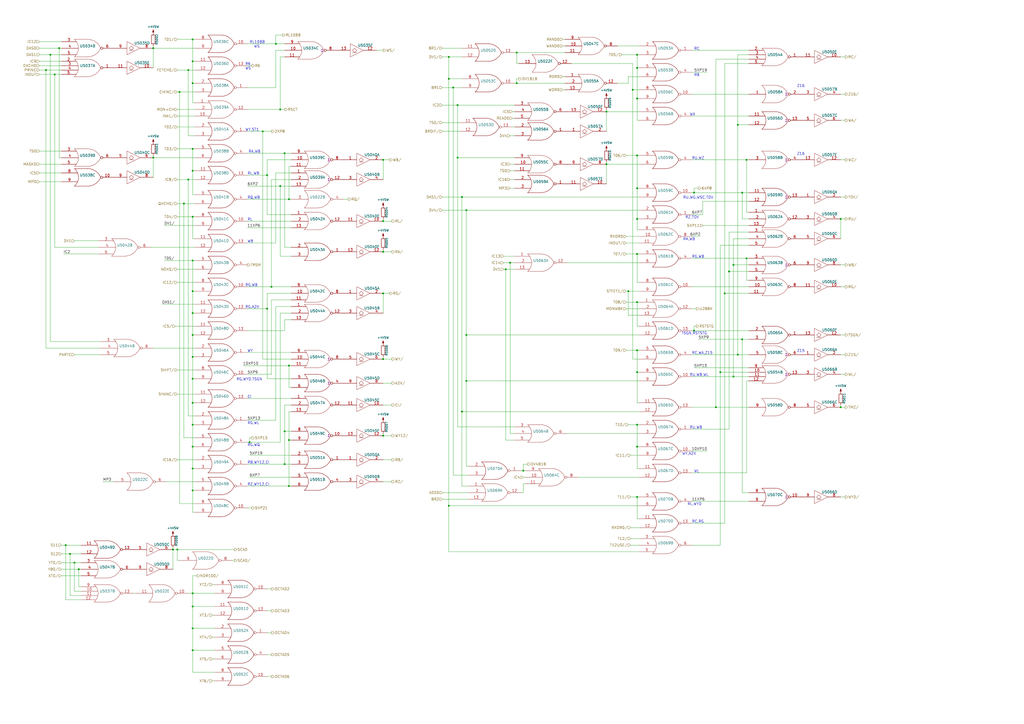
<source format=kicad_sch>
(kicad_sch (version 20211123) (generator eeschema)
  (paper "A2")
  (junction (at 222.25 252.73))
  (junction (at 100.33 318.77))
  (junction (at 369.57 109.22))
  (junction (at 369.57 57.15))
  (junction (at 102.87 318.77))
  (junction (at 293.37 156.21))
  (junction (at 167.64 212.09))
  (junction (at 111.76 194.31))
  (junction (at 369.57 203.2))
  (junction (at 111.76 181.61))
  (junction (at 364.49 168.91))
  (junction (at 111.76 86.36))
  (junction (at 111.76 246.38))
  (junction (at 162.56 107.95))
  (junction (at 111.76 344.17))
  (junction (at 369.57 288.29))
  (junction (at 109.22 40.64))
  (junction (at 106.68 118.11))
  (junction (at 369.57 215.9))
  (junction (at 270.51 220.98))
  (junction (at 260.35 293.37))
  (junction (at 417.83 215.9))
  (junction (at 369.57 39.37))
  (junction (at 369.57 246.38))
  (junction (at 267.97 238.76))
  (junction (at 111.76 284.48))
  (junction (at 154.94 179.07))
  (junction (at 299.72 48.26))
  (junction (at 111.76 151.13))
  (junction (at 111.76 168.91))
  (junction (at 162.56 63.5))
  (junction (at 160.02 25.4))
  (junction (at 369.57 31.75))
  (junction (at 167.64 281.94))
  (junction (at 29.21 31.75))
  (junction (at 303.53 273.05))
  (junction (at 295.91 152.4))
  (junction (at 40.64 321.31))
  (junction (at 144.78 256.54))
  (junction (at 152.4 76.2))
  (junction (at 165.1 250.19))
  (junction (at 88.9 91.44))
  (junction (at 369.57 175.26))
  (junction (at 369.57 90.17))
  (junction (at 260.35 33.02))
  (junction (at 111.76 48.26))
  (junction (at 167.64 115.57))
  (junction (at 45.72 330.2))
  (junction (at 111.76 207.01))
  (junction (at 351.79 95.25))
  (junction (at 165.1 269.24))
  (junction (at 222.25 128.27))
  (junction (at 351.79 64.77))
  (junction (at 433.07 92.71))
  (junction (at 369.57 127))
  (junction (at 367.03 52.07))
  (junction (at 430.53 111.76))
  (junction (at 165.1 88.9))
  (junction (at 111.76 233.68))
  (junction (at 427.99 72.39))
  (junction (at 415.29 236.22))
  (junction (at 111.76 219.71))
  (junction (at 111.76 351.79))
  (junction (at 111.76 35.56))
  (junction (at 26.67 40.64))
  (junction (at 430.53 196.85))
  (junction (at 267.97 114.3))
  (junction (at 402.59 191.77))
  (junction (at 260.35 45.72))
  (junction (at 111.76 22.86))
  (junction (at 157.48 166.37))
  (junction (at 111.76 271.78))
  (junction (at 111.76 377.19))
  (junction (at 31.75 43.18))
  (junction (at 88.9 27.94))
  (junction (at 369.57 147.32))
  (junction (at 43.18 326.39))
  (junction (at 104.14 53.34))
  (junction (at 109.22 104.14))
  (junction (at 262.89 50.8))
  (junction (at 420.37 170.18))
  (junction (at 299.72 30.48))
  (junction (at 427.99 205.74))
  (junction (at 265.43 91.44))
  (junction (at 111.76 99.06))
  (junction (at 111.76 125.73))
  (junction (at 222.25 92.71))
  (junction (at 111.76 364.49))
  (junction (at 270.51 194.31))
  (junction (at 111.76 259.08))
  (junction (at 154.94 101.6))
  (junction (at 422.91 157.48))
  (junction (at 167.64 255.27))
  (junction (at 38.1 316.23))
  (junction (at 270.51 121.92))
  (junction (at 425.45 218.44))
  (junction (at 222.25 170.18))
  (junction (at 34.29 27.94))
  (junction (at 425.45 153.67))
  (junction (at 222.25 208.28))
  (junction (at 222.25 146.05))
  (junction (at 402.59 111.76))
  (junction (at 487.68 127))
  (junction (at 369.57 259.08))
  (junction (at 433.07 149.86))
  (junction (at 265.43 60.96))
  (junction (at 487.68 236.22))
  (wire (pts (xy 143.51 128.27) (xy 168.91 128.27)))
  (wire (pts (xy 427.99 72.39) (xy 434.34 72.39)))
  (wire (pts (xy 45.72 330.2) (xy 46.99 330.2)))
  (wire (pts (xy 143.51 63.5) (xy 162.56 63.5)))
  (wire (pts (xy 168.91 173.99) (xy 157.48 173.99)))
  (wire (pts (xy 487.68 69.85) (xy 490.22 69.85)))
  (wire (pts (xy 157.48 354.33) (xy 154.94 354.33)))
  (wire (pts (xy 420.37 36.83) (xy 434.34 36.83)))
  (wire (pts (xy 167.64 255.27) (xy 167.64 281.94)))
  (wire (pts (xy 113.03 99.06) (xy 111.76 99.06)))
  (wire (pts (xy 111.76 344.17) (xy 124.46 344.17)))
  (wire (pts (xy 427.99 205.74) (xy 434.34 205.74)))
  (wire (pts (xy 157.48 379.73) (xy 154.94 379.73)))
  (wire (pts (xy 331.47 36.83) (xy 367.03 36.83)))
  (wire (pts (xy 168.91 264.16) (xy 144.78 264.16)))
  (wire (pts (xy 302.26 273.05) (xy 303.53 273.05)))
  (wire (pts (xy 143.51 107.95) (xy 162.56 107.95)))
  (wire (pts (xy 401.32 236.22) (xy 415.29 236.22)))
  (wire (pts (xy 143.51 132.08) (xy 168.91 132.08)))
  (wire (pts (xy 124.46 382.27) (xy 123.19 382.27)))
  (wire (pts (xy 58.42 205.74) (xy 43.18 205.74)))
  (wire (pts (xy 298.45 95.25) (xy 295.91 95.25)))
  (wire (pts (xy 405.13 196.85) (xy 430.53 196.85)))
  (wire (pts (xy 109.22 78.74) (xy 113.03 78.74)))
  (wire (pts (xy 143.51 243.84) (xy 160.02 243.84)))
  (wire (pts (xy 22.86 40.64) (xy 26.67 40.64)))
  (wire (pts (xy 106.68 118.11) (xy 106.68 254)))
  (wire (pts (xy 143.51 269.24) (xy 165.1 269.24)))
  (wire (pts (xy 22.86 38.1) (xy 35.56 38.1)))
  (wire (pts (xy 162.56 148.59) (xy 162.56 107.95)))
  (wire (pts (xy 256.54 289.56) (xy 271.78 289.56)))
  (wire (pts (xy 104.14 53.34) (xy 113.03 53.34)))
  (wire (pts (xy 367.03 52.07) (xy 367.03 208.28)))
  (wire (pts (xy 168.91 276.86) (xy 144.78 276.86)))
  (wire (pts (xy 111.76 22.86) (xy 111.76 35.56)))
  (wire (pts (xy 111.76 271.78) (xy 111.76 284.48)))
  (wire (pts (xy 265.43 60.96) (xy 265.43 91.44)))
  (wire (pts (xy 40.64 321.31) (xy 46.99 321.31)))
  (wire (pts (xy 256.54 114.3) (xy 267.97 114.3)))
  (wire (pts (xy 335.28 276.86) (xy 370.84 276.86)))
  (wire (pts (xy 370.84 179.07) (xy 363.22 179.07)))
  (wire (pts (xy 143.51 191.77) (xy 165.1 191.77)))
  (wire (pts (xy 143.51 140.97) (xy 160.02 140.97)))
  (wire (pts (xy 401.32 290.83) (xy 434.34 290.83)))
  (wire (pts (xy 162.56 181.61) (xy 168.91 181.61)))
  (wire (pts (xy 303.53 285.75) (xy 303.53 280.67)))
  (wire (pts (xy 415.29 236.22) (xy 434.34 236.22)))
  (wire (pts (xy 370.84 26.67) (xy 358.14 26.67)))
  (wire (pts (xy 22.86 95.25) (xy 35.56 95.25)))
  (wire (pts (xy 26.67 40.64) (xy 26.67 201.93)))
  (wire (pts (xy 111.76 125.73) (xy 113.03 125.73)))
  (wire (pts (xy 430.53 196.85) (xy 434.34 196.85)))
  (wire (pts (xy 427.99 31.75) (xy 427.99 72.39)))
  (wire (pts (xy 124.46 356.87) (xy 123.19 356.87)))
  (wire (pts (xy 425.45 153.67) (xy 434.34 153.67)))
  (wire (pts (xy 113.03 156.21) (xy 102.87 156.21)))
  (wire (pts (xy 100.33 317.5) (xy 100.33 318.77)))
  (wire (pts (xy 154.94 92.71) (xy 168.91 92.71)))
  (wire (pts (xy 102.87 318.77) (xy 135.89 318.77)))
  (wire (pts (xy 292.1 156.21) (xy 293.37 156.21)))
  (wire (pts (xy 420.37 170.18) (xy 420.37 303.53)))
  (wire (pts (xy 265.43 91.44) (xy 298.45 91.44)))
  (wire (pts (xy 154.94 170.18) (xy 168.91 170.18)))
  (wire (pts (xy 222.25 128.27) (xy 227.33 128.27)))
  (wire (pts (xy 167.64 115.57) (xy 167.64 96.52)))
  (wire (pts (xy 124.46 394.97) (xy 123.19 394.97)))
  (wire (pts (xy 420.37 170.18) (xy 434.34 170.18)))
  (wire (pts (xy 267.97 114.3) (xy 370.84 114.3)))
  (wire (pts (xy 134.62 325.12) (xy 135.89 325.12)))
  (wire (pts (xy 34.29 27.94) (xy 34.29 91.44)))
  (wire (pts (xy 369.57 31.75) (xy 370.84 31.75)))
  (wire (pts (xy 66.04 279.4) (xy 59.69 279.4)))
  (wire (pts (xy 369.57 189.23) (xy 370.84 189.23)))
  (wire (pts (xy 222.25 208.28) (xy 222.25 207.01)))
  (wire (pts (xy 167.64 281.94) (xy 168.91 281.94)))
  (wire (pts (xy 88.9 27.94) (xy 113.03 27.94)))
  (wire (pts (xy 111.76 297.18) (xy 113.03 297.18)))
  (wire (pts (xy 111.76 219.71) (xy 113.03 219.71)))
  (wire (pts (xy 113.03 271.78) (xy 111.76 271.78)))
  (wire (pts (xy 222.25 170.18) (xy 226.06 170.18)))
  (wire (pts (xy 369.57 127) (xy 369.57 133.35)))
  (wire (pts (xy 369.57 109.22) (xy 369.57 127)))
  (wire (pts (xy 157.48 392.43) (xy 154.94 392.43)))
  (wire (pts (xy 111.76 168.91) (xy 111.76 181.61)))
  (wire (pts (xy 102.87 86.36) (xy 111.76 86.36)))
  (wire (pts (xy 162.56 63.5) (xy 162.56 33.02)))
  (wire (pts (xy 401.32 111.76) (xy 402.59 111.76)))
  (wire (pts (xy 422.91 157.48) (xy 422.91 248.92)))
  (wire (pts (xy 425.45 218.44) (xy 434.34 218.44)))
  (wire (pts (xy 154.94 179.07) (xy 154.94 219.71)))
  (wire (pts (xy 167.64 115.57) (xy 168.91 115.57)))
  (wire (pts (xy 422.91 157.48) (xy 434.34 157.48)))
  (wire (pts (xy 487.68 166.37) (xy 490.22 166.37)))
  (wire (pts (xy 363.22 168.91) (xy 364.49 168.91)))
  (wire (pts (xy 222.25 252.73) (xy 222.25 251.46)))
  (wire (pts (xy 100.33 318.77) (xy 100.33 330.2)))
  (wire (pts (xy 165.1 88.9) (xy 165.1 143.51)))
  (wire (pts (xy 143.51 76.2) (xy 152.4 76.2)))
  (wire (pts (xy 88.9 90.17) (xy 88.9 91.44)))
  (wire (pts (xy 407.67 116.84) (xy 434.34 116.84)))
  (wire (pts (xy 157.48 173.99) (xy 157.48 217.17)))
  (wire (pts (xy 369.57 203.2) (xy 369.57 215.9)))
  (wire (pts (xy 369.57 215.9) (xy 370.84 215.9)))
  (wire (pts (xy 433.07 92.71) (xy 434.34 92.71)))
  (wire (pts (xy 365.76 288.29) (xy 369.57 288.29)))
  (wire (pts (xy 265.43 60.96) (xy 298.45 60.96)))
  (wire (pts (xy 487.68 54.61) (xy 490.22 54.61)))
  (wire (pts (xy 111.76 86.36) (xy 111.76 99.06)))
  (wire (pts (xy 102.87 118.11) (xy 106.68 118.11)))
  (wire (pts (xy 165.1 191.77) (xy 165.1 185.42)))
  (wire (pts (xy 369.57 39.37) (xy 370.84 39.37)))
  (wire (pts (xy 109.22 241.3) (xy 113.03 241.3)))
  (wire (pts (xy 43.18 326.39) (xy 46.99 326.39)))
  (wire (pts (xy 35.56 100.33) (xy 22.86 100.33)))
  (wire (pts (xy 222.25 222.25) (xy 227.33 222.25)))
  (wire (pts (xy 422.91 134.62) (xy 422.91 157.48)))
  (wire (pts (xy 22.86 24.13) (xy 35.56 24.13)))
  (wire (pts (xy 167.64 212.09) (xy 168.91 212.09)))
  (wire (pts (xy 160.02 20.32) (xy 163.83 20.32)))
  (wire (pts (xy 299.72 48.26) (xy 299.72 45.72)))
  (wire (pts (xy 267.97 281.94) (xy 271.78 281.94)))
  (wire (pts (xy 487.68 288.29) (xy 490.22 288.29)))
  (wire (pts (xy 369.57 246.38) (xy 369.57 259.08)))
  (wire (pts (xy 401.32 261.62) (xy 410.21 261.62)))
  (wire (pts (xy 168.91 148.59) (xy 162.56 148.59)))
  (wire (pts (xy 256.54 33.02) (xy 260.35 33.02)))
  (wire (pts (xy 407.67 124.46) (xy 407.67 116.84)))
  (wire (pts (xy 144.78 256.54) (xy 162.56 256.54)))
  (wire (pts (xy 293.37 255.27) (xy 298.45 255.27)))
  (wire (pts (xy 111.76 48.26) (xy 113.03 48.26)))
  (wire (pts (xy 295.91 109.22) (xy 298.45 109.22)))
  (wire (pts (xy 420.37 36.83) (xy 420.37 170.18)))
  (wire (pts (xy 111.76 364.49) (xy 124.46 364.49)))
  (wire (pts (xy 401.32 166.37) (xy 434.34 166.37)))
  (wire (pts (xy 425.45 153.67) (xy 425.45 218.44)))
  (wire (pts (xy 100.33 318.77) (xy 102.87 318.77)))
  (wire (pts (xy 95.25 151.13) (xy 111.76 151.13)))
  (wire (pts (xy 433.07 92.71) (xy 433.07 123.19)))
  (wire (pts (xy 270.51 121.92) (xy 270.51 194.31)))
  (wire (pts (xy 401.32 149.86) (xy 433.07 149.86)))
  (wire (pts (xy 222.25 266.7) (xy 227.33 266.7)))
  (wire (pts (xy 88.9 201.93) (xy 113.03 201.93)))
  (wire (pts (xy 487.68 153.67) (xy 490.22 153.67)))
  (wire (pts (xy 143.51 166.37) (xy 157.48 166.37)))
  (wire (pts (xy 111.76 364.49) (xy 111.76 377.19)))
  (wire (pts (xy 415.29 236.22) (xy 415.29 34.29)))
  (wire (pts (xy 369.57 69.85) (xy 370.84 69.85)))
  (wire (pts (xy 154.94 124.46) (xy 168.91 124.46)))
  (wire (pts (xy 369.57 288.29) (xy 370.84 288.29)))
  (wire (pts (xy 102.87 53.34) (xy 104.14 53.34)))
  (wire (pts (xy 363.22 147.32) (xy 369.57 147.32)))
  (wire (pts (xy 260.35 45.72) (xy 267.97 45.72)))
  (wire (pts (xy 430.53 196.85) (xy 430.53 285.75)))
  (wire (pts (xy 160.02 29.21) (xy 165.1 29.21)))
  (wire (pts (xy 401.32 137.16) (xy 406.4 137.16)))
  (wire (pts (xy 111.76 35.56) (xy 113.03 35.56)))
  (wire (pts (xy 415.29 34.29) (xy 434.34 34.29)))
  (wire (pts (xy 369.57 39.37) (xy 369.57 57.15)))
  (wire (pts (xy 88.9 91.44) (xy 113.03 91.44)))
  (wire (pts (xy 401.32 41.91) (xy 410.21 41.91)))
  (wire (pts (xy 292.1 152.4) (xy 295.91 152.4)))
  (wire (pts (xy 111.76 246.38) (xy 113.03 246.38)))
  (wire (pts (xy 35.56 321.31) (xy 40.64 321.31)))
  (wire (pts (xy 369.57 288.29) (xy 369.57 300.99)))
  (wire (pts (xy 162.56 33.02) (xy 165.1 33.02)))
  (wire (pts (xy 351.79 95.25) (xy 370.84 95.25)))
  (wire (pts (xy 401.32 205.74) (xy 427.99 205.74)))
  (wire (pts (xy 143.51 231.14) (xy 168.91 231.14)))
  (wire (pts (xy 111.76 151.13) (xy 111.76 168.91)))
  (wire (pts (xy 38.1 316.23) (xy 46.99 316.23)))
  (wire (pts (xy 326.39 22.86) (xy 327.66 22.86)))
  (wire (pts (xy 433.07 149.86) (xy 433.07 162.56)))
  (wire (pts (xy 260.35 45.72) (xy 260.35 293.37)))
  (wire (pts (xy 102.87 22.86) (xy 111.76 22.86)))
  (wire (pts (xy 369.57 175.26) (xy 370.84 175.26)))
  (wire (pts (xy 102.87 325.12) (xy 104.14 325.12)))
  (wire (pts (xy 111.76 284.48) (xy 111.76 297.18)))
  (wire (pts (xy 106.68 118.11) (xy 113.03 118.11)))
  (wire (pts (xy 417.83 215.9) (xy 417.83 316.23)))
  (wire (pts (xy 364.49 48.26) (xy 364.49 44.45)))
  (wire (pts (xy 102.87 104.14) (xy 109.22 104.14)))
  (wire (pts (xy 167.64 238.76) (xy 167.64 255.27)))
  (wire (pts (xy 222.25 208.28) (xy 227.33 208.28)))
  (wire (pts (xy 45.72 340.36) (xy 45.72 330.2)))
  (wire (pts (xy 35.56 334.01) (xy 46.99 334.01)))
  (wire (pts (xy 401.32 191.77) (xy 402.59 191.77)))
  (wire (pts (xy 34.29 27.94) (xy 35.56 27.94)))
  (wire (pts (xy 370.84 109.22) (xy 369.57 109.22)))
  (wire (pts (xy 111.76 207.01) (xy 111.76 219.71)))
  (wire (pts (xy 417.83 142.24) (xy 417.83 215.9)))
  (wire (pts (xy 298.45 30.48) (xy 299.72 30.48)))
  (wire (pts (xy 111.76 194.31) (xy 111.76 207.01)))
  (wire (pts (xy 369.57 57.15) (xy 369.57 69.85)))
  (wire (pts (xy 96.52 279.4) (xy 113.03 279.4)))
  (wire (pts (xy 111.76 138.43) (xy 113.03 138.43)))
  (wire (pts (xy 487.68 217.17) (xy 490.22 217.17)))
  (wire (pts (xy 104.14 53.34) (xy 104.14 292.1)))
  (wire (pts (xy 302.26 285.75) (xy 303.53 285.75)))
  (wire (pts (xy 143.51 256.54) (xy 144.78 256.54)))
  (wire (pts (xy 167.64 238.76) (xy 168.91 238.76)))
  (wire (pts (xy 430.53 111.76) (xy 434.34 111.76)))
  (wire (pts (xy 304.8 276.86) (xy 303.53 276.86)))
  (wire (pts (xy 363.22 137.16) (xy 370.84 137.16)))
  (wire (pts (xy 417.83 316.23) (xy 401.32 316.23)))
  (wire (pts (xy 433.07 274.32) (xy 401.32 274.32)))
  (wire (pts (xy 292.1 148.59) (xy 298.45 148.59)))
  (wire (pts (xy 160.02 50.8) (xy 160.02 29.21)))
  (wire (pts (xy 111.76 48.26) (xy 111.76 59.69)))
  (wire (pts (xy 111.76 207.01) (xy 113.03 207.01)))
  (wire (pts (xy 303.53 273.05) (xy 304.8 273.05)))
  (wire (pts (xy 29.21 31.75) (xy 35.56 31.75)))
  (wire (pts (xy 46.99 345.44) (xy 40.64 345.44)))
  (wire (pts (xy 111.76 125.73) (xy 111.76 138.43)))
  (wire (pts (xy 111.76 181.61) (xy 111.76 194.31)))
  (wire (pts (xy 487.68 234.95) (xy 487.68 236.22)))
  (wire (pts (xy 154.94 92.71) (xy 154.94 101.6)))
  (wire (pts (xy 351.79 64.77) (xy 370.84 64.77)))
  (wire (pts (xy 433.07 149.86) (xy 434.34 149.86)))
  (wire (pts (xy 143.51 281.94) (xy 167.64 281.94)))
  (wire (pts (xy 113.03 63.5) (xy 102.87 63.5)))
  (wire (pts (xy 35.56 326.39) (xy 43.18 326.39)))
  (wire (pts (xy 303.53 269.24) (xy 306.07 269.24)))
  (wire (pts (xy 420.37 303.53) (xy 401.32 303.53)))
  (wire (pts (xy 434.34 29.21) (xy 401.32 29.21)))
  (wire (pts (xy 111.76 99.06) (xy 111.76 113.03)))
  (wire (pts (xy 46.99 342.9) (xy 43.18 342.9)))
  (wire (pts (xy 266.7 71.12) (xy 256.54 71.12)))
  (wire (pts (xy 298.45 48.26) (xy 299.72 48.26)))
  (wire (pts (xy 265.43 91.44) (xy 265.43 247.65)))
  (wire (pts (xy 111.76 22.86) (xy 113.03 22.86)))
  (wire (pts (xy 262.89 50.8) (xy 267.97 50.8)))
  (wire (pts (xy 109.22 40.64) (xy 113.03 40.64)))
  (wire (pts (xy 162.56 63.5) (xy 165.1 63.5)))
  (wire (pts (xy 162.56 107.95) (xy 168.91 107.95)))
  (wire (pts (xy 87.63 143.51) (xy 113.03 143.51)))
  (wire (pts (xy 102.87 40.64) (xy 109.22 40.64)))
  (wire (pts (xy 402.59 111.76) (xy 430.53 111.76)))
  (wire (pts (xy 487.68 33.02) (xy 490.22 33.02)))
  (wire (pts (xy 111.76 246.38) (xy 111.76 259.08)))
  (wire (pts (xy 369.57 259.08) (xy 370.84 259.08)))
  (wire (pts (xy 328.93 251.46) (xy 370.84 251.46)))
  (wire (pts (xy 154.94 219.71) (xy 168.91 219.71)))
  (wire (pts (xy 22.86 43.18) (xy 31.75 43.18)))
  (wire (pts (xy 369.57 246.38) (xy 370.84 246.38)))
  (wire (pts (xy 256.54 121.92) (xy 270.51 121.92)))
  (wire (pts (xy 364.49 246.38) (xy 369.57 246.38)))
  (wire (pts (xy 369.57 215.9) (xy 369.57 233.68)))
  (wire (pts (xy 487.68 114.3) (xy 490.22 114.3)))
  (wire (pts (xy 31.75 43.18) (xy 35.56 43.18)))
  (wire (pts (xy 111.76 181.61) (xy 113.03 181.61)))
  (wire (pts (xy 369.57 163.83) (xy 370.84 163.83)))
  (wire (pts (xy 363.22 203.2) (xy 369.57 203.2)))
  (wire (pts (xy 365.76 264.16) (xy 370.84 264.16)))
  (wire (pts (xy 111.76 351.79) (xy 124.46 351.79)))
  (wire (pts (xy 295.91 104.14) (xy 298.45 104.14)))
  (wire (pts (xy 35.56 316.23) (xy 38.1 316.23)))
  (wire (pts (xy 111.76 334.01) (xy 111.76 344.17)))
  (wire (pts (xy 487.68 194.31) (xy 490.22 194.31)))
  (wire (pts (xy 430.53 127) (xy 434.34 127)))
  (wire (pts (xy 160.02 140.97) (xy 160.02 100.33)))
  (wire (pts (xy 113.03 189.23) (xy 101.6 189.23)))
  (wire (pts (xy 298.45 68.58) (xy 297.18 68.58)))
  (wire (pts (xy 124.46 339.09) (xy 123.19 339.09)))
  (wire (pts (xy 270.51 121.92) (xy 370.84 121.92)))
  (wire (pts (xy 111.76 334.01) (xy 114.3 334.01)))
  (wire (pts (xy 299.72 30.48) (xy 299.72 36.83)))
  (wire (pts (xy 293.37 156.21) (xy 298.45 156.21)))
  (wire (pts (xy 369.57 90.17) (xy 369.57 109.22)))
  (wire (pts (xy 222.25 146.05) (xy 227.33 146.05)))
  (wire (pts (xy 26.67 40.64) (xy 35.56 40.64)))
  (wire (pts (xy 351.79 93.98) (xy 351.79 95.25)))
  (wire (pts (xy 265.43 247.65) (xy 298.45 247.65)))
  (wire (pts (xy 222.25 92.71) (xy 222.25 104.14)))
  (wire (pts (xy 369.57 147.32) (xy 369.57 163.83)))
  (wire (pts (xy 364.49 44.45) (xy 370.84 44.45)))
  (wire (pts (xy 162.56 256.54) (xy 162.56 181.61)))
  (wire (pts (xy 165.1 269.24) (xy 168.91 269.24)))
  (wire (pts (xy 417.83 215.9) (xy 434.34 215.9)))
  (wire (pts (xy 157.48 217.17) (xy 143.51 217.17)))
  (wire (pts (xy 157.48 166.37) (xy 157.48 104.14)))
  (wire (pts (xy 22.86 105.41) (xy 35.56 105.41)))
  (wire (pts (xy 402.59 111.76) (xy 402.59 109.22)))
  (wire (pts (xy 152.4 76.2) (xy 157.48 76.2)))
  (wire (pts (xy 298.45 78.74) (xy 295.91 78.74)))
  (wire (pts (xy 168.91 255.27) (xy 167.64 255.27)))
  (wire (pts (xy 369.57 300.99) (xy 370.84 300.99)))
  (wire (pts (xy 29.21 31.75) (xy 29.21 198.12)))
  (wire (pts (xy 46.99 347.98) (xy 38.1 347.98)))
  (wire (pts (xy 160.02 177.8) (xy 168.91 177.8)))
  (wire (pts (xy 425.45 138.43) (xy 425.45 153.67)))
  (wire (pts (xy 260.35 320.04) (xy 370.84 320.04)))
  (wire (pts (xy 370.84 312.42) (xy 365.76 312.42)))
  (wire (pts (xy 260.35 33.02) (xy 260.35 45.72)))
  (wire (pts (xy 168.91 204.47) (xy 143.51 204.47)))
  (wire (pts (xy 402.59 189.23) (xy 403.86 189.23)))
  (wire (pts (xy 402.59 109.22) (xy 405.13 109.22)))
  (wire (pts (xy 256.54 60.96) (xy 265.43 60.96)))
  (wire (pts (xy 326.39 44.45) (xy 327.66 44.45)))
  (wire (pts (xy 165.1 143.51) (xy 168.91 143.51)))
  (wire (pts (xy 295.91 99.06) (xy 298.45 99.06)))
  (wire (pts (xy 402.59 191.77) (xy 434.34 191.77)))
  (wire (pts (xy 143.51 38.1) (xy 146.05 38.1)))
  (wire (pts (xy 369.57 203.2) (xy 370.84 203.2)))
  (wire (pts (xy 222.25 279.4) (xy 227.33 279.4)))
  (wire (pts (xy 143.51 101.6) (xy 154.94 101.6)))
  (wire (pts (xy 29.21 198.12) (xy 58.42 198.12)))
  (wire (pts (xy 111.76 86.36) (xy 113.03 86.36)))
  (wire (pts (xy 165.1 88.9) (xy 168.91 88.9)))
  (wire (pts (xy 102.87 125.73) (xy 111.76 125.73)))
  (wire (pts (xy 434.34 213.36) (xy 402.59 213.36)))
  (wire (pts (xy 364.49 182.88) (xy 364.49 168.91)))
  (wire (pts (xy 111.76 259.08) (xy 111.76 271.78)))
  (wire (pts (xy 326.39 52.07) (xy 327.66 52.07)))
  (wire (pts (xy 111.76 59.69) (xy 113.03 59.69)))
  (wire (pts (xy 88.9 27.94) (xy 88.9 39.37)))
  (wire (pts (xy 165.1 234.95) (xy 165.1 250.19)))
  (wire (pts (xy 22.86 35.56) (xy 35.56 35.56)))
  (wire (pts (xy 433.07 220.98) (xy 433.07 274.32)))
  (wire (pts (xy 222.25 170.18) (xy 222.25 181.61)))
  (wire (pts (xy 143.51 179.07) (xy 154.94 179.07)))
  (wire (pts (xy 260.35 293.37) (xy 260.35 320.04)))
  (wire (pts (xy 113.03 228.6) (xy 102.87 228.6)))
  (wire (pts (xy 365.76 316.23) (xy 370.84 316.23)))
  (wire (pts (xy 270.51 194.31) (xy 370.84 194.31)))
  (wire (pts (xy 293.37 156.21) (xy 293.37 255.27)))
  (wire (pts (xy 157.48 341.63) (xy 154.94 341.63)))
  (wire (pts (xy 104.14 292.1) (xy 113.03 292.1)))
  (wire (pts (xy 370.84 306.07) (xy 365.76 306.07)))
  (wire (pts (xy 367.03 36.83) (xy 367.03 52.07)))
  (wire (pts (xy 57.15 139.7) (xy 43.18 139.7)))
  (wire (pts (xy 165.1 250.19) (xy 165.1 269.24)))
  (wire (pts (xy 157.48 104.14) (xy 168.91 104.14)))
  (wire (pts (xy 260.35 33.02) (xy 267.97 33.02)))
  (wire (pts (xy 160.02 100.33) (xy 168.91 100.33)))
  (wire (pts (xy 22.86 31.75) (xy 29.21 31.75)))
  (wire (pts (xy 102.87 163.83) (xy 113.03 163.83)))
  (wire (pts (xy 370.84 152.4) (xy 328.93 152.4)))
  (wire (pts (xy 487.68 127) (xy 490.22 127)))
  (wire (pts (xy 160.02 25.4) (xy 160.02 20.32)))
  (wire (pts (xy 167.64 212.09) (xy 167.64 224.79)))
  (wire (pts (xy 40.64 345.44) (xy 40.64 321.31)))
  (wire (pts (xy 299.72 48.26) (xy 327.66 48.26)))
  (wire (pts (xy 109.22 104.14) (xy 109.22 241.3)))
  (wire (pts (xy 111.76 233.68) (xy 113.03 233.68)))
  (wire (pts (xy 88.9 91.44) (xy 88.9 102.87)))
  (wire (pts (xy 88.9 26.67) (xy 88.9 27.94)))
  (wire (pts (xy 111.76 151.13) (xy 113.03 151.13)))
  (wire (pts (xy 295.91 152.4) (xy 295.91 251.46)))
  (wire (pts (xy 36.83 147.32) (xy 57.15 147.32)))
  (wire (pts (xy 297.18 64.77) (xy 298.45 64.77)))
  (wire (pts (xy 143.51 294.64) (xy 146.05 294.64)))
  (wire (pts (xy 31.75 143.51) (xy 57.15 143.51)))
  (wire (pts (xy 297.18 73.66) (xy 298.45 73.66)))
  (wire (pts (xy 427.99 72.39) (xy 427.99 205.74)))
  (wire (pts (xy 363.22 140.97) (xy 370.84 140.97)))
  (wire (pts (xy 152.4 76.2) (xy 152.4 208.28)))
  (wire (pts (xy 303.53 273.05) (xy 303.53 269.24)))
  (wire (pts (xy 154.94 101.6) (xy 154.94 124.46)))
  (wire (pts (xy 487.68 127) (xy 487.68 138.43)))
  (wire (pts (xy 369.57 233.68) (xy 370.84 233.68)))
  (wire (pts (xy 369.57 57.15) (xy 370.84 57.15)))
  (wire (pts (xy 369.57 133.35) (xy 370.84 133.35)))
  (wire (pts (xy 111.76 113.03) (xy 113.03 113.03)))
  (wire (pts (xy 434.34 67.31) (xy 401.32 67.31)))
  (wire (pts (xy 102.87 318.77) (xy 102.87 325.12)))
  (wire (pts (xy 270.51 220.98) (xy 270.51 270.51)))
  (wire (pts (xy 267.97 238.76) (xy 370.84 238.76)))
  (wire (pts (xy 363.22 90.17) (xy 369.57 90.17)))
  (wire (pts (xy 113.03 214.63) (xy 102.87 214.63)))
  (wire (pts (xy 113.03 284.48) (xy 111.76 284.48)))
  (wire (pts (xy 401.32 92.71) (xy 433.07 92.71)))
  (wire (pts (xy 43.18 342.9) (xy 43.18 326.39)))
  (wire (pts (xy 434.34 220.98) (xy 433.07 220.98)))
  (wire (pts (xy 113.03 266.7) (xy 102.87 266.7)))
  (wire (pts (xy 369.57 259.08) (xy 369.57 271.78)))
  (wire (pts (xy 256.54 50.8) (xy 262.89 50.8)))
  (wire (pts (xy 487.68 205.74) (xy 490.22 205.74)))
  (wire (pts (xy 222.25 252.73) (xy 227.33 252.73)))
  (wire (pts (xy 111.76 344.17) (xy 111.76 351.79)))
  (wire (pts (xy 369.57 147.32) (xy 370.84 147.32)))
  (wire (pts (xy 430.53 285.75) (xy 434.34 285.75)))
  (wire (pts (xy 367.03 208.28) (xy 370.84 208.28)))
  (wire (pts (xy 26.67 201.93) (xy 58.42 201.93)))
  (wire (pts (xy 222.25 146.05) (xy 222.25 144.78)))
  (wire (pts (xy 433.07 162.56) (xy 434.34 162.56)))
  (wire (pts (xy 369.57 175.26) (xy 369.57 189.23)))
  (wire (pts (xy 262.89 275.59) (xy 271.78 275.59)))
  (wire (pts (xy 222.25 92.71) (xy 226.06 92.71)))
  (wire (pts (xy 143.51 115.57) (xy 167.64 115.57)))
  (wire (pts (xy 160.02 25.4) (xy 165.1 25.4)))
  (wire (pts (xy 256.54 76.2) (xy 266.7 76.2)))
  (wire (pts (xy 31.75 43.18) (xy 31.75 143.51)))
  (wire (pts (xy 222.25 128.27) (xy 222.25 127)))
  (wire (pts (xy 157.48 367.03) (xy 154.94 367.03)))
  (wire (pts (xy 430.53 111.76) (xy 430.53 127)))
  (wire (pts (xy 102.87 73.66) (xy 113.03 73.66)))
  (wire (pts (xy 143.51 25.4) (xy 160.02 25.4)))
  (wire (pts (xy 111.76 233.68) (xy 111.76 246.38)))
  (wire (pts (xy 370.84 182.88) (xy 364.49 182.88)))
  (wire (pts (xy 143.51 88.9) (xy 165.1 88.9)))
  (wire (pts (xy 168.91 250.19) (xy 165.1 250.19)))
  (wire (pts (xy 360.68 31.75) (xy 369.57 31.75)))
  (wire (pts (xy 165.1 234.95) (xy 168.91 234.95)))
  (wire (pts (xy 160.02 243.84) (xy 160.02 177.8)))
  (wire (pts (xy 143.51 50.8) (xy 160.02 50.8)))
  (wire (pts (xy 401.32 218.44) (xy 425.45 218.44)))
  (wire (pts (xy 367.03 52.07) (xy 370.84 52.07)))
  (wire (pts (xy 46.99 340.36) (xy 45.72 340.36)))
  (wire (pts (xy 267.97 114.3) (xy 267.97 238.76)))
  (wire (pts (xy 106.68 254) (xy 113.03 254)))
  (wire (pts (xy 262.89 50.8) (xy 262.89 275.59)))
  (wire (pts (xy 109.22 104.14) (xy 113.03 104.14)))
  (wire (pts (xy 95.25 130.81) (xy 113.03 130.81)))
  (wire (pts (xy 140.97 212.09) (xy 167.64 212.09)))
  (wire (pts (xy 434.34 31.75) (xy 427.99 31.75)))
  (wire (pts (xy 270.51 220.98) (xy 370.84 220.98)))
  (wire (pts (xy 256.54 27.94) (xy 267.97 27.94)))
  (wire (pts (xy 111.76 377.19) (xy 111.76 389.89)))
  (wire (pts (xy 34.29 91.44) (xy 35.56 91.44)))
  (wire (pts (xy 77.47 344.17) (xy 78.74 344.17)))
  (wire (pts (xy 111.76 219.71) (xy 111.76 233.68)))
  (wire (pts (xy 369.57 271.78) (xy 370.84 271.78)))
  (wire (pts (xy 425.45 138.43) (xy 434.34 138.43)))
  (wire (pts (xy 364.49 168.91) (xy 370.84 168.91)))
  (wire (pts (xy 369.57 31.75) (xy 369.57 39.37)))
  (wire (pts (xy 111.76 259.08) (xy 113.03 259.08)))
  (wire (pts (xy 22.86 87.63) (xy 35.56 87.63)))
  (wire (pts (xy 260.35 293.37) (xy 370.84 293.37)))
  (wire (pts (xy 402.59 191.77) (xy 402.59 189.23)))
  (wire (pts (xy 109.22 40.64) (xy 109.22 78.74)))
  (wire (pts (xy 111.76 351.79) (xy 111.76 364.49)))
  (wire (pts (xy 295.91 251.46) (xy 298.45 251.46)))
  (wire (pts (xy 295.91 152.4) (xy 298.45 152.4)))
  (wire (pts (xy 433.07 123.19) (xy 434.34 123.19)))
  (wire (pts (xy 358.14 48.26) (xy 364.49 48.26)))
  (wire (pts (xy 326.39 26.67) (xy 327.66 26.67)))
  (wire (pts (xy 167.64 224.79) (xy 168.91 224.79)))
  (wire (pts (xy 256.54 285.75) (xy 271.78 285.75)))
  (wire (pts (xy 487.68 236.22) (xy 490.22 236.22)))
  (wire (pts (xy 144.78 254) (xy 146.05 254)))
  (wire (pts (xy 369.57 127) (xy 370.84 127)))
  (wire (pts (xy 351.79 95.25) (xy 351.79 106.68)))
  (wire (pts (xy 113.03 176.53) (xy 93.98 176.53)))
  (wire (pts (xy 111.76 168.91) (xy 113.03 168.91)))
  (wire (pts (xy 487.68 92.71) (xy 490.22 92.71)))
  (wire (pts (xy 152.4 208.28) (xy 168.91 208.28)))
  (wire (pts (xy 363.22 175.26) (xy 369.57 175.26)))
  (wire (pts (xy 111.76 35.56) (xy 111.76 48.26)))
  (wire (pts (xy 222.25 234.95) (xy 227.33 234.95)))
  (wire (pts (xy 167.64 96.52) (xy 168.91 96.52)))
  (wire (pts (xy 422.91 248.92) (xy 401.32 248.92)))
  (wire (pts (xy 124.46 369.57) (xy 123.19 369.57)))
  (wire (pts (xy 434.34 134.62) (xy 422.91 134.62)))
  (wire (pts (xy 270.51 194.31) (xy 270.51 220.98)))
  (wire (pts (xy 351.79 64.77) (xy 351.79 76.2)))
  (wire (pts (xy 401.32 124.46) (xy 407.67 124.46)))
  (wire (pts (xy 199.39 115.57) (xy 201.93 115.57)))
  (wire (pts (xy 270.51 270.51) (xy 271.78 270.51)))
  (wire (pts (xy 22.86 27.94) (xy 34.29 27.94)))
  (wire (pts (xy 303.53 280.67) (xy 304.8 280.67)))
  (wire (pts (xy 434.34 54.61) (xy 401.32 54.61)))
  (wire (pts (xy 434.34 142.24) (xy 417.83 142.24)))
  (wire (pts (xy 401.32 179.07) (xy 403.86 179.07)))
  (wire (pts (xy 369.57 90.17) (xy 370.84 90.17)))
  (wire (pts (xy 109.22 344.17) (xy 111.76 344.17)))
  (wire (pts (xy 165.1 185.42) (xy 168.91 185.42)))
  (wire (pts (xy 38.1 347.98) (xy 38.1 316.23)))
  (wire (pts (xy 351.79 63.5) (xy 351.79 64.77)))
  (wire (pts (xy 157.48 166.37) (xy 168.91 166.37)))
  (wire (pts (xy 267.97 238.76) (xy 267.97 281.94)))
  (wire (pts (xy 35.56 330.2) (xy 45.72 330.2)))
  (wire (pts (xy 113.03 194.31) (xy 111.76 194.31)))
  (wire (pts (xy 299.72 30.48) (xy 327.66 30.48)))
  (wire (pts (xy 154.94 170.18) (xy 154.94 179.07)))
  (wire (pts (xy 299.72 45.72) (xy 300.99 45.72)))
  (wire (pts (xy 299.72 36.83) (xy 300.99 36.83)))
  (wire (pts (xy 111.76 377.19) (xy 124.46 377.19)))
  (wire (pts (xy 144.78 256.54) (xy 144.78 254)))
  (wire (pts (xy 111.76 389.89) (xy 124.46 389.89)))
  (wire (pts (xy 434.34 130.81) (xy 407.67 130.81)))
  (wire (pts (xy 102.87 67.31) (xy 113.03 67.31)))
  (wire (pts (xy 218.44 29.21) (xy 222.25 29.21)))
  (text "RQ,WB" (at 143.51 115.57 0) (effects (font (size 1.524 1.524)) (justify left bottom)))
  (text "RL,WYD" (at 398.78 293.37 0) (effects (font (size 1.524 1.524)) (justify left bottom)))
  (text "RL" (at 143.51 128.27 0) (effects (font (size 1.524 1.524)) (justify left bottom)))
  (text "RG,WB" (at 401.32 149.86 0) (effects (font (size 1.524 1.524)) (justify left bottom)))
  (text "RU,WB,WL" (at 400.05 218.44 0) (effects (font (size 1.524 1.524)) (justify left bottom)))
  (text "RZ,TOV" (at 397.51 127 0) (effects (font (size 1.524 1.524)) (justify left bottom)))
  (text "RU,WB" (at 400.05 248.92 0) (effects (font (size 1.524 1.524)) (justify left bottom)))
  (text "Z16" (at 462.28 90.17 0) (effects (font (size 1.524 1.524)) (justify left bottom)))
  (text "WY,A2X" (at 403.86 264.16 180) (effects (font (size 1.524 1.524)) (justify right bottom)))
  (text "RG,WYD,TSGN" (at 137.16 220.98 0) (effects (font (size 1.524 1.524)) (justify left bottom)))
  (text "RU,WG,WSC,TOV" (at 396.24 115.57 0) (effects (font (size 1.524 1.524)) (justify left bottom)))
  (text "CI" (at 143.51 231.14 0) (effects (font (size 1.524 1.524)) (justify left bottom)))
  (text "WY,ST1" (at 142.24 76.2 0) (effects (font (size 1.524 1.524)) (justify left bottom)))
  (text "RU,WZ" (at 401.32 92.71 0) (effects (font (size 1.524 1.524)) (justify left bottom)))
  (text "RG,WB" (at 142.24 166.37 0) (effects (font (size 1.524 1.524)) (justify left bottom)))
  (text "RG,WL" (at 143.51 246.38 0) (effects (font (size 1.524 1.524)) (justify left bottom)))
  (text "R6" (at 142.24 38.1 0) (effects (font (size 1.524 1.524)) (justify left bottom)))
  (text "WS" (at 147.32 27.94 0) (effects (font (size 1.524 1.524)) (justify left bottom)))
  (text "WL" (at 402.59 274.32 0) (effects (font (size 1.524 1.524)) (justify left bottom)))
  (text "Z16" (at 462.28 50.8 0) (effects (font (size 1.524 1.524)) (justify left bottom)))
  (text "RA,WB" (at 396.24 139.7 0) (effects (font (size 1.524 1.524)) (justify left bottom)))
  (text "RG,A2X" (at 142.24 179.07 0) (effects (font (size 1.524 1.524)) (justify left bottom)))
  (text "RC,RG" (at 401.32 303.53 0) (effects (font (size 1.524 1.524)) (justify left bottom)))
  (text "WB" (at 143.51 140.97 0) (effects (font (size 1.524 1.524)) (justify left bottom)))
  (text "RC" (at 402.59 29.21 0) (effects (font (size 1.524 1.524)) (justify left bottom)))
  (text "RB,WY12,CI" (at 143.51 269.24 0) (effects (font (size 1.524 1.524)) (justify left bottom)))
  (text "RL,WB" (at 143.51 101.6 0) (effects (font (size 1.524 1.524)) (justify left bottom)))
  (text "WS" (at 142.24 40.64 0) (effects (font (size 1.524 1.524)) (justify left bottom)))
  (text "WA" (at 400.05 67.31 0) (effects (font (size 1.524 1.524)) (justify left bottom)))
  (text "Z15" (at 462.28 204.47 0) (effects (font (size 1.524 1.524)) (justify left bottom)))
  (text "RG,WQ" (at 143.51 259.08 0) (effects (font (size 1.524 1.524)) (justify left bottom)))
  (text "RB" (at 402.59 44.45 0) (effects (font (size 1.524 1.524)) (justify left bottom)))
  (text "RC,WA,Z15" (at 401.32 205.74 0) (effects (font (size 1.524 1.524)) (justify left bottom)))
  (text "RZ,WY12,CI" (at 143.51 281.94 0) (effects (font (size 1.524 1.524)) (justify left bottom)))
  (text "RL10BB" (at 144.78 25.4 0) (effects (font (size 1.524 1.524)) (justify left bottom)))
  (text "RA,WB" (at 151.13 88.9 180) (effects (font (size 1.524 1.524)) (justify right bottom)))
  (text "WY" (at 143.51 204.47 0) (effects (font (size 1.524 1.524)) (justify left bottom)))
  (text "TSGN,RSTSTG" (at 410.21 194.31 180) (effects (font (size 1.524 1.524)) (justify right bottom)))
  (label "10XP10" (at 410.21 261.62 180) (effects (font (size 1.524 1.524))))
  (label "10XP10" (at 140.97 212.09 0) (effects (font (size 1.524 1.524))))
  (label "5XP13" (at 143.51 243.84 0) (effects (font (size 1.524 1.524))))
  (label "DV1/" (at 95.25 130.81 0) (effects (font (size 1.524 1.524))))
  (label "IC2" (at 36.83 147.32 0) (effects (font (size 1.524 1.524))))
  (label "5XP13" (at 402.59 213.36 0) (effects (font (size 1.524 1.524))))
  (label "5XP9" (at 405.13 196.85 0) (effects (font (size 1.524 1.524))))
  (label "6XP7" (at 401.32 124.46 0) (effects (font (size 1.524 1.524))))
  (label "11XP6" (at 401.32 290.83 0) (effects (font (size 1.524 1.524))))
  (label "6XP7" (at 144.78 276.86 0) (effects (font (size 1.524 1.524))))
  (label "T05/" (at 95.25 151.13 0) (effects (font (size 1.524 1.524))))
  (label "5XP9" (at 143.51 217.17 0) (effects (font (size 1.524 1.524))))
  (label "5XP19" (at 144.78 264.16 0) (effects (font (size 1.524 1.524))))
  (label "11XP6" (at 143.51 132.08 0) (effects (font (size 1.524 1.524))))
  (label "DAS1/" (at 93.98 176.53 0) (effects (font (size 1.524 1.524))))
  (label "5XP19" (at 410.21 41.91 180) (effects (font (size 1.524 1.524))))
  (label "6XP2" (at 406.4 137.16 180) (effects (font (size 1.524 1.524))))
  (label "6XP2" (at 143.51 107.95 0) (effects (font (size 1.524 1.524))))
  (label "MP3" (at 59.69 279.4 0) (effects (font (size 1.524 1.524))))
  (hierarchical_label "T03/" (shape input) (at 102.87 86.36 180) (effects (font (size 1.524 1.524))))
  (hierarchical_label "DV1" (shape input) (at 292.1 156.21 180) (effects (font (size 1.524 1.524))))
  (hierarchical_label "XT6/" (shape input) (at 123.19 394.97 180) (effects (font (size 1.524 1.524))))
  (hierarchical_label "RB/" (shape output) (at 227.33 266.7 0) (effects (font (size 1.524 1.524))))
  (hierarchical_label "IC13" (shape input) (at 292.1 148.59 180) (effects (font (size 1.524 1.524))))
  (hierarchical_label "IC5" (shape input) (at 22.86 100.33 180) (effects (font (size 1.524 1.524))))
  (hierarchical_label "OCTAD4" (shape output) (at 157.48 367.03 0) (effects (font (size 1.524 1.524))))
  (hierarchical_label "QXCH0/" (shape input) (at 102.87 118.11 180) (effects (font (size 1.524 1.524))))
  (hierarchical_label "Z16/" (shape output) (at 490.22 54.61 0) (effects (font (size 1.524 1.524))))
  (hierarchical_label "U2BBK" (shape output) (at 403.86 179.07 0) (effects (font (size 1.524 1.524))))
  (hierarchical_label "MASK0" (shape input) (at 22.86 95.25 180) (effects (font (size 1.524 1.524))))
  (hierarchical_label "A2X/" (shape output) (at 227.33 222.25 0) (effects (font (size 1.524 1.524))))
  (hierarchical_label "BR1" (shape input) (at 256.54 50.8 180) (effects (font (size 1.524 1.524))))
  (hierarchical_label "RA/" (shape output) (at 227.33 146.05 0) (effects (font (size 1.524 1.524))))
  (hierarchical_label "RXOR0" (shape input) (at 363.22 137.16 180) (effects (font (size 1.524 1.524))))
  (hierarchical_label "IC14" (shape input) (at 292.1 152.4 180) (effects (font (size 1.524 1.524))))
  (hierarchical_label "WZ/" (shape output) (at 490.22 92.71 0) (effects (font (size 1.524 1.524))))
  (hierarchical_label "6XP8" (shape output) (at 405.13 109.22 0) (effects (font (size 1.524 1.524))))
  (hierarchical_label "RU/" (shape output) (at 490.22 127 0) (effects (font (size 1.524 1.524))))
  (hierarchical_label "PARTC" (shape input) (at 43.18 205.74 180) (effects (font (size 1.524 1.524))))
  (hierarchical_label "T06/" (shape input) (at 363.22 90.17 180) (effects (font (size 1.524 1.524))))
  (hierarchical_label "TOV/" (shape output) (at 490.22 114.3 0) (effects (font (size 1.524 1.524))))
  (hierarchical_label "RC/" (shape output) (at 490.22 33.02 0) (effects (font (size 1.524 1.524))))
  (hierarchical_label "R6" (shape output) (at 146.05 38.1 0) (effects (font (size 1.524 1.524))))
  (hierarchical_label "BR2" (shape input) (at 256.54 289.56 180) (effects (font (size 1.524 1.524))))
  (hierarchical_label "ROR0" (shape input) (at 326.39 44.45 180) (effects (font (size 1.524 1.524))))
  (hierarchical_label "WOR0" (shape input) (at 326.39 52.07 180) (effects (font (size 1.524 1.524))))
  (hierarchical_label "T11/" (shape input) (at 365.76 288.29 180) (effects (font (size 1.524 1.524))))
  (hierarchical_label "S12" (shape input) (at 35.56 321.31 180) (effects (font (size 1.524 1.524))))
  (hierarchical_label "IC2" (shape input) (at 256.54 60.96 180) (effects (font (size 1.524 1.524))))
  (hierarchical_label "T12USE/" (shape input) (at 365.76 316.23 180) (effects (font (size 1.524 1.524))))
  (hierarchical_label "5XP11" (shape input) (at 407.67 130.81 180) (effects (font (size 1.524 1.524))))
  (hierarchical_label "DV4B1B" (shape output) (at 306.07 269.24 0) (effects (font (size 1.524 1.524))))
  (hierarchical_label "WB/" (shape output) (at 226.06 92.71 0) (effects (font (size 1.524 1.524))))
  (hierarchical_label "TSGN/" (shape output) (at 490.22 194.31 0) (effects (font (size 1.524 1.524))))
  (hierarchical_label "RZ/" (shape output) (at 227.33 279.4 0) (effects (font (size 1.524 1.524))))
  (hierarchical_label "STFET1/" (shape input) (at 363.22 168.91 180) (effects (font (size 1.524 1.524))))
  (hierarchical_label "IC12" (shape input) (at 22.86 24.13 180) (effects (font (size 1.524 1.524))))
  (hierarchical_label "RQ/" (shape output) (at 201.93 115.57 0) (effects (font (size 1.524 1.524))))
  (hierarchical_label "T10/" (shape input) (at 364.49 246.38 180) (effects (font (size 1.524 1.524))))
  (hierarchical_label "DAS0" (shape input) (at 22.86 27.94 180) (effects (font (size 1.524 1.524))))
  (hierarchical_label "MON+CH" (shape input) (at 102.87 63.5 180) (effects (font (size 1.524 1.524))))
  (hierarchical_label "DAS1" (shape input) (at 22.86 31.75 180) (effects (font (size 1.524 1.524))))
  (hierarchical_label "WAND0" (shape input) (at 326.39 26.67 180) (effects (font (size 1.524 1.524))))
  (hierarchical_label "SCAD/" (shape output) (at 135.89 325.12 0) (effects (font (size 1.524 1.524))))
  (hierarchical_label "DAS1/" (shape input) (at 256.54 114.3 180) (effects (font (size 1.524 1.524))))
  (hierarchical_label "SHIFT/" (shape input) (at 102.87 214.63 180) (effects (font (size 1.524 1.524))))
  (hierarchical_label "WL/" (shape output) (at 490.22 217.17 0) (effects (font (size 1.524 1.524))))
  (hierarchical_label "S11" (shape input) (at 35.56 316.23 180) (effects (font (size 1.524 1.524))))
  (hierarchical_label "RSTSTG" (shape output) (at 403.86 189.23 0) (effects (font (size 1.524 1.524))))
  (hierarchical_label "SHANC/" (shape input) (at 102.87 228.6 180) (effects (font (size 1.524 1.524))))
  (hierarchical_label "WA/" (shape output) (at 490.22 69.85 0) (effects (font (size 1.524 1.524))))
  (hierarchical_label "XT0/" (shape input) (at 35.56 334.01 180) (effects (font (size 1.524 1.524))))
  (hierarchical_label "DV4/" (shape input) (at 256.54 121.92 180) (effects (font (size 1.524 1.524))))
  (hierarchical_label "BRDIF/" (shape input) (at 256.54 76.2 180) (effects (font (size 1.524 1.524))))
  (hierarchical_label "OCTAD5" (shape output) (at 157.48 379.73 0) (effects (font (size 1.524 1.524))))
  (hierarchical_label "YB0/" (shape input) (at 35.56 330.2 180) (effects (font (size 1.524 1.524))))
  (hierarchical_label "T05/" (shape input) (at 360.68 31.75 180) (effects (font (size 1.524 1.524))))
  (hierarchical_label "YT0/" (shape input) (at 35.56 326.39 180) (effects (font (size 1.524 1.524))))
  (hierarchical_label "T09/" (shape input) (at 363.22 203.2 180) (effects (font (size 1.524 1.524))))
  (hierarchical_label "OCTAD6" (shape output) (at 157.48 392.43 0) (effects (font (size 1.524 1.524))))
  (hierarchical_label "T12/" (shape input) (at 365.76 312.42 180) (effects (font (size 1.524 1.524))))
  (hierarchical_label "CI/" (shape output) (at 227.33 234.95 0) (effects (font (size 1.524 1.524))))
  (hierarchical_label "OCTAD3" (shape output) (at 157.48 354.33 0) (effects (font (size 1.524 1.524))))
  (hierarchical_label "SCAD" (shape output) (at 135.89 318.77 0) (effects (font (size 1.524 1.524))))
  (hierarchical_label "INOUT" (shape input) (at 22.86 43.18 180) (effects (font (size 1.524 1.524))))
  (hierarchical_label "INOUT/" (shape input) (at 363.22 140.97 180) (effects (font (size 1.524 1.524))))
  (hierarchical_label "IC16" (shape input) (at 295.91 104.14 180) (effects (font (size 1.524 1.524))))
  (hierarchical_label "IC12/" (shape input) (at 102.87 163.83 180) (effects (font (size 1.524 1.524))))
  (hierarchical_label "RAND0" (shape input) (at 326.39 22.86 180) (effects (font (size 1.524 1.524))))
  (hierarchical_label "IC4" (shape input) (at 303.53 276.86 180) (effects (font (size 1.524 1.524))))
  (hierarchical_label "READ0" (shape input) (at 297.18 68.58 180) (effects (font (size 1.524 1.524))))
  (hierarchical_label "INKL/" (shape input) (at 102.87 67.31 180) (effects (font (size 1.524 1.524))))
  (hierarchical_label "T01/" (shape input) (at 102.87 22.86 180) (effects (font (size 1.524 1.524))))
  (hierarchical_label "NDX0/" (shape input) (at 102.87 156.21 180) (effects (font (size 1.524 1.524))))
  (hierarchical_label "WY/" (shape output) (at 227.33 208.28 0) (effects (font (size 1.524 1.524))))
  (hierarchical_label "MONWBK" (shape input) (at 363.22 179.07 180) (effects (font (size 1.524 1.524))))
  (hierarchical_label "RL/" (shape output) (at 227.33 128.27 0) (effects (font (size 1.524 1.524))))
  (hierarchical_label "IC3" (shape input) (at 295.91 95.25 180) (effects (font (size 1.524 1.524))))
  (hierarchical_label "TS0" (shape input) (at 22.86 87.63 180) (effects (font (size 1.524 1.524))))
  (hierarchical_label "FETCH0/" (shape input) (at 102.87 40.64 180) (effects (font (size 1.524 1.524))))
  (hierarchical_label "IC5" (shape input) (at 297.18 64.77 180) (effects (font (size 1.524 1.524))))
  (hierarchical_label "T02/" (shape input) (at 102.87 73.66 180) (effects (font (size 1.524 1.524))))
  (hierarchical_label "XT4/" (shape input) (at 123.19 369.57 180) (effects (font (size 1.524 1.524))))
  (hierarchical_label "T04/" (shape input) (at 102.87 125.73 180) (effects (font (size 1.524 1.524))))
  (hierarchical_label "5XP15" (shape output) (at 146.05 254 0) (effects (font (size 1.524 1.524))))
  (hierarchical_label "NDR100/" (shape output) (at 114.3 334.01 0) (effects (font (size 1.524 1.524))))
  (hierarchical_label "DV1" (shape input) (at 43.18 139.7 180) (effects (font (size 1.524 1.524))))
  (hierarchical_label "IC16/" (shape input) (at 102.87 266.7 180) (effects (font (size 1.524 1.524))))
  (hierarchical_label "MP0" (shape input) (at 22.86 105.41 180) (effects (font (size 1.524 1.524))))
  (hierarchical_label "XT2/" (shape input) (at 123.19 339.09 180) (effects (font (size 1.524 1.524))))
  (hierarchical_label "XT5/" (shape input) (at 123.19 382.27 180) (effects (font (size 1.524 1.524))))
  (hierarchical_label "TRSM" (shape output) (at 143.51 153.67 0) (effects (font (size 1.524 1.524))))
  (hierarchical_label "IC9" (shape input) (at 22.86 35.56 180) (effects (font (size 1.524 1.524))))
  (hierarchical_label "WS/" (shape output) (at 222.25 29.21 0) (effects (font (size 1.524 1.524))))
  (hierarchical_label "WY12/" (shape output) (at 227.33 252.73 0) (effects (font (size 1.524 1.524))))
  (hierarchical_label "ADS0" (shape input) (at 256.54 285.75 180) (effects (font (size 1.524 1.524))))
  (hierarchical_label "DV1/" (shape input) (at 256.54 33.02 180) (effects (font (size 1.524 1.524))))
  (hierarchical_label "RSCT" (shape output) (at 165.1 63.5 0) (effects (font (size 1.524 1.524))))
  (hierarchical_label "RL10BB" (shape output) (at 163.83 20.32 0) (effects (font (size 1.524 1.524))))
  (hierarchical_label "2XP8" (shape output) (at 157.48 76.2 0) (effects (font (size 1.524 1.524))))
  (hierarchical_label "RXOR0/" (shape input) (at 365.76 306.07 180) (effects (font (size 1.524 1.524))))
  (hierarchical_label "TS0" (shape input) (at 295.91 99.06 180) (effects (font (size 1.524 1.524))))
  (hierarchical_label "DV1B1B" (shape output) (at 300.99 45.72 0) (effects (font (size 1.524 1.524))))
  (hierarchical_label "XT3/" (shape input) (at 123.19 356.87 180) (effects (font (size 1.524 1.524))))
  (hierarchical_label "PRINC" (shape input) (at 22.86 40.64 180) (effects (font (size 1.524 1.524))))
  (hierarchical_label "MP3" (shape input) (at 295.91 109.22 180) (effects (font (size 1.524 1.524))))
  (hierarchical_label "Z15/" (shape output) (at 490.22 205.74 0) (effects (font (size 1.524 1.524))))
  (hierarchical_label "CHINC/" (shape input) (at 102.87 53.34 180) (effects (font (size 1.524 1.524))))
  (hierarchical_label "TS0/" (shape input) (at 256.54 71.12 180) (effects (font (size 1.524 1.524))))
  (hierarchical_label "5XP21" (shape output) (at 146.05 294.64 0) (effects (font (size 1.524 1.524))))
  (hierarchical_label "WYD/" (shape output) (at 490.22 288.29 0) (effects (font (size 1.524 1.524))))
  (hierarchical_label "IC8/" (shape input) (at 102.87 104.14 180) (effects (font (size 1.524 1.524))))
  (hierarchical_label "WB/" (shape output) (at 490.22 153.67 0) (effects (font (size 1.524 1.524))))
  (hierarchical_label "DXCH0" (shape input) (at 22.86 38.1 180) (effects (font (size 1.524 1.524))))
  (hierarchical_label "RG/" (shape output) (at 490.22 166.37 0) (effects (font (size 1.524 1.524))))
  (hierarchical_label "IC5/" (shape input) (at 101.6 189.23 180) (effects (font (size 1.524 1.524))))
  (hierarchical_label "T08/" (shape input) (at 363.22 175.26 180) (effects (font (size 1.524 1.524))))
  (hierarchical_label "TMZ/" (shape output) (at 490.22 236.22 0) (effects (font (size 1.524 1.524))))
  (hierarchical_label "RG/" (shape output) (at 226.06 170.18 0) (effects (font (size 1.524 1.524))))
  (hierarchical_label "T07/" (shape input) (at 363.22 147.32 180) (effects (font (size 1.524 1.524))))
  (hierarchical_label "OCTAD2" (shape output) (at 157.48 341.63 0) (effects (font (size 1.524 1.524))))
  (hierarchical_label "DV4" (shape input) (at 295.91 78.74 180) (effects (font (size 1.524 1.524))))
  (hierarchical_label "IC11/" (shape input) (at 365.76 264.16 180) (effects (font (size 1.524 1.524))))
  (hierarchical_label "BR1/" (shape input) (at 256.54 27.94 180) (effects (font (size 1.524 1.524))))
  (symbol (lib_id "agc_kicad_components:74HC27") (at 50.8 27.94 0) (unit 2)
    (property "Reference" "U5034" (at 50.8 26.67 0) (effects (font (size 1.524 1.524))))
  )
  (symbol (lib_id "agc_kicad_components:74HC4002") (at 50.8 39.37 0) (unit 1)
    (property "Reference" "U5037" (at 50.8 38.1 0) (effects (font (size 1.524 1.524))))
  )
  (symbol (lib_id "agc_kicad_components:74LVC07") (at 77.47 27.94 0) (unit 4)
    (property "Reference" "U5035" (at 82.423 25.019 0) (effects (font (size 1.524 1.524))))
  )
  (symbol (lib_id "agc_kicad_components:74LVC07") (at 77.47 39.37 0) (unit 5)
    (property "Reference" "U5035" (at 82.423 36.449 0) (effects (font (size 1.524 1.524))))
  )
  (symbol (lib_id "Device:R") (at 88.9 22.86 0) (unit 1)
    (property "Reference" "R5002" (at 90.932 22.86 90))
  )
  (symbol (lib_id "agc_kicad_components:74HC02") (at 128.27 25.4 0) (unit 3)
    (property "Reference" "U5036" (at 128.27 24.13 0) (effects (font (size 1.524 1.524))))
  )
  (symbol (lib_id "agc_kicad_components:74HC27") (at 180.34 29.21 0) (unit 3)
    (property "Reference" "U5034" (at 180.34 27.94 0) (effects (font (size 1.524 1.524))))
    (property "Initial" "1" (at 186.69 29.21 0) (effects (font (size 1.524 1.524) italic)))
  )
  (symbol (lib_id "agc_kicad_components:74LVC07") (at 207.01 29.21 0) (unit 6)
    (property "Reference" "U5035" (at 211.963 26.289 0) (effects (font (size 1.524 1.524))))
  )
  (symbol (lib_id "agc_kicad_components:74HC02") (at 128.27 38.1 0) (unit 4)
    (property "Reference" "U5036" (at 128.27 36.83 0) (effects (font (size 1.524 1.524))))
  )
  (symbol (lib_id "agc_kicad_components:74HC02") (at 128.27 50.8 0) (unit 1)
    (property "Reference" "U5038" (at 128.27 49.53 0) (effects (font (size 1.524 1.524))))
  )
  (symbol (lib_id "agc_kicad_components:74HC27") (at 128.27 63.5 0) (unit 1)
    (property "Reference" "U5039" (at 128.27 62.23 0) (effects (font (size 1.524 1.524))))
  )
  (symbol (lib_id "agc_kicad_components:74HC02") (at 128.27 88.9 0) (unit 2)
    (property "Reference" "U5038" (at 128.27 87.63 0) (effects (font (size 1.524 1.524))))
  )
  (symbol (lib_id "agc_kicad_components:74HC27") (at 50.8 91.44 0) (unit 2)
    (property "Reference" "U5039" (at 50.8 90.17 0) (effects (font (size 1.524 1.524))))
  )
  (symbol (lib_id "agc_kicad_components:74HC27") (at 184.15 92.71 0) (unit 3)
    (property "Reference" "U5039" (at 184.15 91.44 0) (effects (font (size 1.524 1.524))))
    (property "Initial" "1" (at 190.5 92.71 0) (effects (font (size 1.524 1.524) italic)))
  )
  (symbol (lib_id "agc_kicad_components:74HC27") (at 184.15 104.14 0) (unit 1)
    (property "Reference" "U5039" (at 184.15 102.87 0) (effects (font (size 1.524 1.524))))
    (property "Initial" "1" (at 190.5 104.14 0) (effects (font (size 1.524 1.524) italic)))
  )
  (symbol (lib_id "agc_kicad_components:74LVC07") (at 210.82 92.71 0) (unit 1)
    (property "Reference" "U5040" (at 215.773 89.789 0) (effects (font (size 1.524 1.524))))
  )
  (symbol (lib_id "agc_kicad_components:74LVC07") (at 210.82 104.14 0) (unit 2)
    (property "Reference" "U5040" (at 215.773 101.219 0) (effects (font (size 1.524 1.524))))
  )
  (symbol (lib_id "agc_kicad_components:74HC02") (at 50.8 102.87 0) (unit 3)
    (property "Reference" "U5038" (at 50.8 101.6 0) (effects (font (size 1.524 1.524))))
  )
  (symbol (lib_id "agc_kicad_components:74LVC07") (at 77.47 91.44 0) (unit 3)
    (property "Reference" "U5040" (at 82.423 88.519 0) (effects (font (size 1.524 1.524))))
  )
  (symbol (lib_id "agc_kicad_components:74LVC07") (at 77.47 102.87 0) (unit 4)
    (property "Reference" "U5040" (at 82.423 99.949 0) (effects (font (size 1.524 1.524))))
  )
  (symbol (lib_id "Device:R") (at 88.9 86.36 0) (unit 1)
    (property "Reference" "R5003" (at 90.932 86.36 90))
  )
  (symbol (lib_id "agc_kicad_components:74HC02") (at 128.27 101.6 0) (unit 4)
    (property "Reference" "U5038" (at 128.27 100.33 0) (effects (font (size 1.524 1.524))))
  )
  (symbol (lib_id "agc_kicad_components:74HC02") (at 128.27 76.2 0) (unit 1)
    (property "Reference" "U5041" (at 128.27 74.93 0) (effects (font (size 1.524 1.524))))
  )
  (symbol (lib_id "agc_kicad_components:74HC02") (at 128.27 115.57 0) (unit 2)
    (property "Reference" "U5041" (at 128.27 114.3 0) (effects (font (size 1.524 1.524))))
  )
  (symbol (lib_id "agc_kicad_components:74HC27") (at 184.15 128.27 0) (unit 1)
    (property "Reference" "U5042" (at 184.15 127 0) (effects (font (size 1.524 1.524))))
  )
  (symbol (lib_id "agc_kicad_components:74HC04") (at 184.15 115.57 0) (unit 2)
    (property "Reference" "U5022" (at 184.15 114.3 0) (effects (font (size 1.524 1.524))))
  )
  (symbol (lib_id "agc_kicad_components:74LVC07") (at 210.82 128.27 0) (unit 5)
    (property "Reference" "U5040" (at 215.773 125.349 0) (effects (font (size 1.524 1.524))))
  )
  (symbol (lib_id "Device:R") (at 222.25 123.19 0) (unit 1)
    (property "Reference" "R5004" (at 224.282 123.19 90))
  )
  (symbol (lib_id "agc_kicad_components:74HC02") (at 128.27 128.27 0) (unit 3)
    (property "Reference" "U5041" (at 128.27 127 0) (effects (font (size 1.524 1.524))))
  )
  (symbol (lib_id "agc_kicad_components:74HC02") (at 128.27 140.97 0) (unit 4)
    (property "Reference" "U5041" (at 128.27 139.7 0) (effects (font (size 1.524 1.524))))
  )
  (symbol (lib_id "agc_kicad_components:74HC02") (at 184.15 146.05 0) (unit 1)
    (property "Reference" "U5043" (at 184.15 144.78 0) (effects (font (size 1.524 1.524))))
  )
  (symbol (lib_id "agc_kicad_components:74LVC07") (at 210.82 146.05 0) (unit 6)
    (property "Reference" "U5040" (at 215.773 143.129 0) (effects (font (size 1.524 1.524))))
  )
  (symbol (lib_id "Device:R") (at 222.25 140.97 0) (unit 1)
    (property "Reference" "R5005" (at 224.282 140.97 90))
  )
  (symbol (lib_id "agc_kicad_components:74HC27") (at 72.39 143.51 0) (unit 2)
    (property "Reference" "U5042" (at 72.39 142.24 0) (effects (font (size 1.524 1.524))))
  )
  (symbol (lib_id "agc_kicad_components:74HC02") (at 128.27 153.67 0) (unit 2)
    (property "Reference" "U5043" (at 128.27 152.4 0) (effects (font (size 1.524 1.524))))
  )
  (symbol (lib_id "agc_kicad_components:74HC02") (at 128.27 166.37 0) (unit 3)
    (property "Reference" "U5043" (at 128.27 165.1 0) (effects (font (size 1.524 1.524))))
  )
  (symbol (lib_id "agc_kicad_components:74HC27") (at 184.15 170.18 0) (unit 3)
    (property "Reference" "U5042" (at 184.15 168.91 0) (effects (font (size 1.524 1.524))))
  )
  (symbol (lib_id "agc_kicad_components:74HC27") (at 184.15 181.61 0) (unit 1)
    (property "Reference" "U5044" (at 184.15 180.34 0) (effects (font (size 1.524 1.524))))
  )
  (symbol (lib_id "agc_kicad_components:74LVC07") (at 210.82 170.18 0) (unit 1)
    (property "Reference" "U5045" (at 215.773 167.259 0) (effects (font (size 1.524 1.524))))
  )
  (symbol (lib_id "agc_kicad_components:74LVC07") (at 210.82 181.61 0) (unit 2)
    (property "Reference" "U5045" (at 215.773 178.689 0) (effects (font (size 1.524 1.524))))
  )
  (symbol (lib_id "agc_kicad_components:74HC02") (at 128.27 179.07 0) (unit 4)
    (property "Reference" "U5043" (at 128.27 177.8 0) (effects (font (size 1.524 1.524))))
  )
  (symbol (lib_id "agc_kicad_components:74HC02") (at 128.27 204.47 0) (unit 1)
    (property "Reference" "U5046" (at 128.27 203.2 0) (effects (font (size 1.524 1.524))))
  )
  (symbol (lib_id "agc_kicad_components:74HC27") (at 73.66 201.93 0) (unit 2)
    (property "Reference" "U5044" (at 73.66 200.66 0) (effects (font (size 1.524 1.524))))
  )
  (symbol (lib_id "agc_kicad_components:74HC27") (at 184.15 208.28 0) (unit 3)
    (property "Reference" "U5044" (at 184.15 207.01 0) (effects (font (size 1.524 1.524))))
    (property "Initial" "1" (at 190.5 208.28 0) (effects (font (size 1.524 1.524) italic)))
  )
  (symbol (lib_id "agc_kicad_components:74LVC07") (at 210.82 208.28 0) (unit 3)
    (property "Reference" "U5045" (at 215.773 205.359 0) (effects (font (size 1.524 1.524))))
  )
  (symbol (lib_id "Device:R") (at 222.25 203.2 0) (unit 1)
    (property "Reference" "R5006" (at 224.282 203.2 90))
  )
  (symbol (lib_id "agc_kicad_components:74HC02") (at 184.15 222.25 0) (unit 2)
    (property "Reference" "U5046" (at 184.15 220.98 0) (effects (font (size 1.524 1.524))))
    (property "Initial" "1" (at 190.5 222.25 0) (effects (font (size 1.524 1.524) italic)))
  )
  (symbol (lib_id "agc_kicad_components:74LVC07") (at 210.82 222.25 0) (unit 4)
    (property "Reference" "U5045" (at 215.773 219.329 0) (effects (font (size 1.524 1.524))))
  )
  (symbol (lib_id "agc_kicad_components:74HC02") (at 128.27 217.17 0) (unit 3)
    (property "Reference" "U5046" (at 128.27 215.9 0) (effects (font (size 1.524 1.524))))
  )
  (symbol (lib_id "agc_kicad_components:74HC02") (at 128.27 231.14 0) (unit 4)
    (property "Reference" "U5046" (at 128.27 229.87 0) (effects (font (size 1.524 1.524))))
  )
  (symbol (lib_id "agc_kicad_components:74HC27") (at 184.15 234.95 0) (unit 1)
    (property "Reference" "U5047" (at 184.15 233.68 0) (effects (font (size 1.524 1.524))))
  )
  (symbol (lib_id "agc_kicad_components:74LVC07") (at 210.82 234.95 0) (unit 5)
    (property "Reference" "U5045" (at 215.773 232.029 0) (effects (font (size 1.524 1.524))))
  )
  (symbol (lib_id "agc_kicad_components:74HC02") (at 128.27 243.84 0) (unit 1)
    (property "Reference" "U5048" (at 128.27 242.57 0) (effects (font (size 1.524 1.524))))
  )
  (symbol (lib_id "agc_kicad_components:74HC02") (at 128.27 256.54 0) (unit 2)
    (property "Reference" "U5048" (at 128.27 255.27 0) (effects (font (size 1.524 1.524))))
  )
  (symbol (lib_id "agc_kicad_components:74HC02") (at 128.27 294.64 0) (unit 3)
    (property "Reference" "U5048" (at 128.27 293.37 0) (effects (font (size 1.524 1.524))))
  )
  (symbol (lib_id "agc_kicad_components:74HC02") (at 128.27 191.77 0) (unit 4)
    (property "Reference" "U5048" (at 128.27 190.5 0) (effects (font (size 1.524 1.524))))
  )
  (symbol (lib_id "agc_kicad_components:74HC02") (at 128.27 269.24 0) (unit 1)
    (property "Reference" "U5049" (at 128.27 267.97 0) (effects (font (size 1.524 1.524))))
  )
  (symbol (lib_id "agc_kicad_components:74HC02") (at 128.27 281.94 0) (unit 2)
    (property "Reference" "U5049" (at 128.27 280.67 0) (effects (font (size 1.524 1.524))))
  )
  (symbol (lib_id "agc_kicad_components:74HC04") (at 81.28 279.4 0) (unit 3)
    (property "Reference" "U5022" (at 81.28 278.13 0) (effects (font (size 1.524 1.524))))
  )
  (symbol (lib_id "agc_kicad_components:74HC02") (at 184.15 252.73 0) (unit 3)
    (property "Reference" "U5049" (at 184.15 251.46 0) (effects (font (size 1.524 1.524))))
    (property "Initial" "1" (at 190.5 252.73 0) (effects (font (size 1.524 1.524) italic)))
  )
  (symbol (lib_id "agc_kicad_components:74LVC07") (at 210.82 252.73 0) (unit 6)
    (property "Reference" "U5045" (at 215.773 249.809 0) (effects (font (size 1.524 1.524))))
  )
  (symbol (lib_id "Device:R") (at 222.25 247.65 0) (unit 1)
    (property "Reference" "R5007" (at 224.282 247.65 90))
  )
  (symbol (lib_id "agc_kicad_components:74HC02") (at 184.15 266.7 0) (unit 1)
    (property "Reference" "U5051" (at 184.15 265.43 0) (effects (font (size 1.524 1.524))))
  )
  (symbol (lib_id "agc_kicad_components:74LVC07") (at 210.82 266.7 0) (unit 1)
    (property "Reference" "U5050" (at 215.773 263.779 0) (effects (font (size 1.524 1.524))))
  )
  (symbol (lib_id "agc_kicad_components:74HC02") (at 184.15 279.4 0) (unit 2)
    (property "Reference" "U5051" (at 184.15 278.13 0) (effects (font (size 1.524 1.524))))
  )
  (symbol (lib_id "agc_kicad_components:74LVC07") (at 210.82 279.4 0) (unit 2)
    (property "Reference" "U5050" (at 215.773 276.479 0) (effects (font (size 1.524 1.524))))
  )
  (symbol (lib_id "agc_kicad_components:74HC02") (at 62.23 318.77 0) (unit 4)
    (property "Reference" "U5049" (at 62.23 317.5 0) (effects (font (size 1.524 1.524))))
  )
  (symbol (lib_id "agc_kicad_components:74HC27") (at 62.23 330.2 0) (unit 2)
    (property "Reference" "U5047" (at 62.23 328.93 0) (effects (font (size 1.524 1.524))))
  )
  (symbol (lib_id "agc_kicad_components:74LVC07") (at 88.9 318.77 0) (unit 3)
    (property "Reference" "U5050" (at 93.853 315.849 0) (effects (font (size 1.524 1.524))))
  )
  (symbol (lib_id "agc_kicad_components:74LVC07") (at 88.9 330.2 0) (unit 4)
    (property "Reference" "U5050" (at 93.853 327.279 0) (effects (font (size 1.524 1.524))))
  )
  (symbol (lib_id "Device:R") (at 100.33 313.69 0) (unit 1)
    (property "Reference" "R5008" (at 102.362 313.69 90))
  )
  (symbol (lib_id "agc_kicad_components:74HC4002") (at 62.23 344.17 0) (unit 2)
    (property "Reference" "U5037" (at 62.23 342.9 0) (effects (font (size 1.524 1.524))))
  )
  (symbol (lib_id "agc_kicad_components:74HC04") (at 119.38 325.12 0) (unit 4)
    (property "Reference" "U5022" (at 119.38 323.85 0) (effects (font (size 1.524 1.524))))
  )
  (symbol (lib_id "agc_kicad_components:74HC04") (at 93.98 344.17 0) (unit 5)
    (property "Reference" "U5022" (at 93.98 342.9 0) (effects (font (size 1.524 1.524))))
  )
  (symbol (lib_id "agc_kicad_components:74HC02") (at 139.7 341.63 0) (unit 3)
    (property "Reference" "U5051" (at 139.7 340.36 0) (effects (font (size 1.524 1.524))))
  )
  (symbol (lib_id "agc_kicad_components:74HC02") (at 139.7 354.33 0) (unit 4)
    (property "Reference" "U5051" (at 139.7 353.06 0) (effects (font (size 1.524 1.524))))
  )
  (symbol (lib_id "agc_kicad_components:74HC02") (at 139.7 367.03 0) (unit 1)
    (property "Reference" "U5052" (at 139.7 365.76 0) (effects (font (size 1.524 1.524))))
  )
  (symbol (lib_id "agc_kicad_components:74HC02") (at 139.7 379.73 0) (unit 2)
    (property "Reference" "U5052" (at 139.7 378.46 0) (effects (font (size 1.524 1.524))))
  )
  (symbol (lib_id "agc_kicad_components:74HC02") (at 139.7 392.43 0) (unit 3)
    (property "Reference" "U5052" (at 139.7 391.16 0) (effects (font (size 1.524 1.524))))
  )
  (symbol (lib_id "agc_kicad_components:74HC02") (at 283.21 30.48 0) (unit 4)
    (property "Reference" "U5052" (at 283.21 29.21 0) (effects (font (size 1.524 1.524))))
  )
  (symbol (lib_id "agc_kicad_components:74HC27") (at 342.9 26.67 0) (unit 3)
    (property "Reference" "U5047" (at 342.9 25.4 0) (effects (font (size 1.524 1.524))))
  )
  (symbol (lib_id "agc_kicad_components:74HC02") (at 386.08 29.21 0) (unit 1)
    (property "Reference" "U5053" (at 386.08 27.94 0) (effects (font (size 1.524 1.524))))
  )
  (symbol (lib_id "agc_kicad_components:74HC4002") (at 449.58 33.02 0) (unit 1)
    (property "Reference" "U5054" (at 449.58 31.75 0) (effects (font (size 1.524 1.524))))
  )
  (symbol (lib_id "agc_kicad_components:74LVC07") (at 476.25 33.02 0) (unit 5)
    (property "Reference" "U5050" (at 481.203 30.099 0) (effects (font (size 1.524 1.524))))
  )
  (symbol (lib_id "agc_kicad_components:74HC02") (at 386.08 41.91 0) (unit 2)
    (property "Reference" "U5053" (at 386.08 40.64 0) (effects (font (size 1.524 1.524))))
  )
  (symbol (lib_id "agc_kicad_components:74HC27") (at 342.9 48.26 0) (unit 1)
    (property "Reference" "U5055" (at 342.9 46.99 0) (effects (font (size 1.524 1.524))))
  )
  (symbol (lib_id "agc_kicad_components:74HC02") (at 283.21 48.26 0) (unit 3)
    (property "Reference" "U5053" (at 283.21 46.99 0) (effects (font (size 1.524 1.524))))
  )
  (symbol (lib_id "agc_kicad_components:74HC02") (at 281.94 73.66 0) (unit 4)
    (property "Reference" "U5053" (at 281.94 72.39 0) (effects (font (size 1.524 1.524))))
  )
  (symbol (lib_id "agc_kicad_components:74HC02") (at 313.69 76.2 0) (unit 1)
    (property "Reference" "U5056" (at 313.69 74.93 0) (effects (font (size 1.524 1.524))))
  )
  (symbol (lib_id "agc_kicad_components:74HC27") (at 313.69 64.77 0) (unit 2)
    (property "Reference" "U5055" (at 313.69 63.5 0) (effects (font (size 1.524 1.524))))
  )
  (symbol (lib_id "agc_kicad_components:74LVC07") (at 340.36 64.77 0) (unit 6)
    (property "Reference" "U5050" (at 345.313 61.849 0) (effects (font (size 1.524 1.524))))
  )
  (symbol (lib_id "Device:R") (at 351.79 59.69 0) (unit 1)
    (property "Reference" "R5009" (at 353.822 59.69 90))
  )
  (symbol (lib_id "agc_kicad_components:74LVC07") (at 340.36 76.2 0) (unit 1)
    (property "Reference" "U5057" (at 345.313 73.279 0) (effects (font (size 1.524 1.524))))
  )
  (symbol (lib_id "agc_kicad_components:74HC02") (at 386.08 67.31 0) (unit 2)
    (property "Reference" "U5056" (at 386.08 66.04 0) (effects (font (size 1.524 1.524))))
  )
  (symbol (lib_id "agc_kicad_components:74HC02") (at 386.08 54.61 0) (unit 3)
    (property "Reference" "U5056" (at 386.08 53.34 0) (effects (font (size 1.524 1.524))))
  )
  (symbol (lib_id "agc_kicad_components:74HC04") (at 316.23 36.83 0) (unit 6)
    (property "Reference" "U5022" (at 316.23 35.56 0) (effects (font (size 1.524 1.524))))
  )
  (symbol (lib_id "agc_kicad_components:74HC04") (at 449.58 54.61 0) (unit 1)
    (property "Reference" "U5058" (at 449.58 53.34 0) (effects (font (size 1.524 1.524))))
    (property "Initial" "1" (at 455.93 54.61 0) (effects (font (size 1.524 1.524) italic)))
  )
  (symbol (lib_id "agc_kicad_components:74LVC07") (at 476.25 54.61 0) (unit 2)
    (property "Reference" "U5057" (at 481.203 51.689 0) (effects (font (size 1.524 1.524))))
  )
  (symbol (lib_id "agc_kicad_components:74HC02") (at 449.58 69.85 0) (unit 4)
    (property "Reference" "U5056" (at 449.58 68.58 0) (effects (font (size 1.524 1.524))))
    (property "Initial" "1" (at 455.93 69.85 0) (effects (font (size 1.524 1.524) italic)))
  )
  (symbol (lib_id "agc_kicad_components:74LVC07") (at 476.25 69.85 0) (unit 3)
    (property "Reference" "U5057" (at 481.203 66.929 0) (effects (font (size 1.524 1.524))))
  )
  (symbol (lib_id "agc_kicad_components:74HC02") (at 313.69 106.68 0) (unit 1)
    (property "Reference" "U5059" (at 313.69 105.41 0) (effects (font (size 1.524 1.524))))
  )
  (symbol (lib_id "agc_kicad_components:74HC27") (at 313.69 95.25 0) (unit 3)
    (property "Reference" "U5055" (at 313.69 93.98 0) (effects (font (size 1.524 1.524))))
  )
  (symbol (lib_id "agc_kicad_components:74LVC07") (at 340.36 95.25 0) (unit 4)
    (property "Reference" "U5057" (at 345.313 92.329 0) (effects (font (size 1.524 1.524))))
  )
  (symbol (lib_id "Device:R") (at 487.68 231.14 0) (unit 1)
    (property "Reference" "R5011" (at 489.712 231.14 90))
  )
  (symbol (lib_id "agc_kicad_components:74LVC07") (at 340.36 106.68 0) (unit 5)
    (property "Reference" "U5057" (at 345.313 103.759 0) (effects (font (size 1.524 1.524))))
  )
  (symbol (lib_id "agc_kicad_components:74HC02") (at 386.08 92.71 0) (unit 2)
    (property "Reference" "U5059" (at 386.08 91.44 0) (effects (font (size 1.524 1.524))))
  )
  (symbol (lib_id "agc_kicad_components:74HC04") (at 449.58 92.71 0) (unit 2)
    (property "Reference" "U5058" (at 449.58 91.44 0) (effects (font (size 1.524 1.524))))
    (property "Initial" "1" (at 455.93 92.71 0) (effects (font (size 1.524 1.524) italic)))
  )
  (symbol (lib_id "agc_kicad_components:74LVC07") (at 476.25 92.71 0) (unit 6)
    (property "Reference" "U5057" (at 481.203 89.789 0) (effects (font (size 1.524 1.524))))
  )
  (symbol (lib_id "agc_kicad_components:74HC02") (at 386.08 111.76 0) (unit 3)
    (property "Reference" "U5059" (at 386.08 110.49 0) (effects (font (size 1.524 1.524))))
  )
  (symbol (lib_id "agc_kicad_components:74HC02") (at 449.58 114.3 0) (unit 4)
    (property "Reference" "U5059" (at 449.58 113.03 0) (effects (font (size 1.524 1.524))))
    (property "Initial" "1" (at 455.93 114.3 0) (effects (font (size 1.524 1.524) italic)))
  )
  (symbol (lib_id "agc_kicad_components:74LVC07") (at 476.25 114.3 0) (unit 1)
    (property "Reference" "U5060" (at 481.203 111.379 0) (effects (font (size 1.524 1.524))))
  )
  (symbol (lib_id "agc_kicad_components:74HC02") (at 386.08 124.46 0) (unit 1)
    (property "Reference" "U5061" (at 386.08 123.19 0) (effects (font (size 1.524 1.524))))
  )
  (symbol (lib_id "agc_kicad_components:74HC27") (at 449.58 127 0) (unit 1)
    (property "Reference" "U5062" (at 449.58 125.73 0) (effects (font (size 1.524 1.524))))
  )
  (symbol (lib_id "agc_kicad_components:74HC27") (at 449.58 138.43 0) (unit 2)
    (property "Reference" "U5062" (at 449.58 137.16 0) (effects (font (size 1.524 1.524))))
  )
  (symbol (lib_id "agc_kicad_components:74LVC07") (at 476.25 127 0) (unit 2)
    (property "Reference" "U5060" (at 481.203 124.079 0) (effects (font (size 1.524 1.524))))
  )
  (symbol (lib_id "agc_kicad_components:74LVC07") (at 476.25 138.43 0) (unit 3)
    (property "Reference" "U5060" (at 481.203 135.509 0) (effects (font (size 1.524 1.524))))
  )
  (symbol (lib_id "agc_kicad_components:74HC27") (at 386.08 137.16 0) (unit 3)
    (property "Reference" "U5062" (at 386.08 135.89 0) (effects (font (size 1.524 1.524))))
  )
  (symbol (lib_id "agc_kicad_components:74HC02") (at 386.08 149.86 0) (unit 2)
    (property "Reference" "U5061" (at 386.08 148.59 0) (effects (font (size 1.524 1.524))))
  )
  (symbol (lib_id "agc_kicad_components:74HC27") (at 313.69 152.4 0) (unit 1)
    (property "Reference" "U5063" (at 313.69 151.13 0) (effects (font (size 1.524 1.524))))
  )
  (symbol (lib_id "agc_kicad_components:74HC27") (at 449.58 153.67 0) (unit 2)
    (property "Reference" "U5063" (at 449.58 152.4 0) (effects (font (size 1.524 1.524))))
    (property "Initial" "1" (at 455.93 153.67 0) (effects (font (size 1.524 1.524) italic)))
  )
  (symbol (lib_id "agc_kicad_components:74LVC07") (at 476.25 153.67 0) (unit 4)
    (property "Reference" "U5060" (at 481.203 150.749 0) (effects (font (size 1.524 1.524))))
  )
  (symbol (lib_id "agc_kicad_components:74HC27") (at 449.58 166.37 0) (unit 3)
    (property "Reference" "U5063" (at 449.58 165.1 0) (effects (font (size 1.524 1.524))))
  )
  (symbol (lib_id "agc_kicad_components:74LVC07") (at 476.25 166.37 0) (unit 5)
    (property "Reference" "U5060" (at 481.203 163.449 0) (effects (font (size 1.524 1.524))))
  )
  (symbol (lib_id "agc_kicad_components:74HC02") (at 386.08 166.37 0) (unit 3)
    (property "Reference" "U5061" (at 386.08 165.1 0) (effects (font (size 1.524 1.524))))
  )
  (symbol (lib_id "agc_kicad_components:74HC27") (at 386.08 179.07 0) (unit 1)
    (property "Reference" "U5064" (at 386.08 177.8 0) (effects (font (size 1.524 1.524))))
  )
  (symbol (lib_id "agc_kicad_components:74HC02") (at 386.08 191.77 0) (unit 4)
    (property "Reference" "U5061" (at 386.08 190.5 0) (effects (font (size 1.524 1.524))))
  )
  (symbol (lib_id "agc_kicad_components:74HC02") (at 449.58 194.31 0) (unit 1)
    (property "Reference" "U5065" (at 449.58 193.04 0) (effects (font (size 1.524 1.524))))
  )
  (symbol (lib_id "agc_kicad_components:74LVC07") (at 476.25 194.31 0) (unit 6)
    (property "Reference" "U5060" (at 481.203 191.389 0) (effects (font (size 1.524 1.524))))
  )
  (symbol (lib_id "agc_kicad_components:74HC02") (at 386.08 205.74 0) (unit 2)
    (property "Reference" "U5065" (at 386.08 204.47 0) (effects (font (size 1.524 1.524))))
  )
  (symbol (lib_id "agc_kicad_components:74HC04") (at 449.58 205.74 0) (unit 3)
    (property "Reference" "U5058" (at 449.58 204.47 0) (effects (font (size 1.524 1.524))))
    (property "Initial" "1" (at 455.93 205.74 0) (effects (font (size 1.524 1.524) italic)))
  )
  (symbol (lib_id "agc_kicad_components:74LVC07") (at 476.25 205.74 0) (unit 1)
    (property "Reference" "U5066" (at 481.203 202.819 0) (effects (font (size 1.524 1.524))))
  )
  (symbol (lib_id "agc_kicad_components:74HC02") (at 386.08 218.44 0) (unit 3)
    (property "Reference" "U5065" (at 386.08 217.17 0) (effects (font (size 1.524 1.524))))
  )
  (symbol (lib_id "agc_kicad_components:74HC4002") (at 449.58 217.17 0) (unit 2)
    (property "Reference" "U5054" (at 449.58 215.9 0) (effects (font (size 1.524 1.524))))
    (property "Initial" "1" (at 455.93 217.17 0) (effects (font (size 1.524 1.524) italic)))
  )
  (symbol (lib_id "agc_kicad_components:74LVC07") (at 476.25 217.17 0) (unit 2)
    (property "Reference" "U5066" (at 481.203 214.249 0) (effects (font (size 1.524 1.524))))
  )
  (symbol (lib_id "agc_kicad_components:74HC02") (at 386.08 236.22 0) (unit 4)
    (property "Reference" "U5065" (at 386.08 234.95 0) (effects (font (size 1.524 1.524))))
  )
  (symbol (lib_id "agc_kicad_components:74HC04") (at 449.58 236.22 0) (unit 4)
    (property "Reference" "U5058" (at 449.58 234.95 0) (effects (font (size 1.524 1.524))))
  )
  (symbol (lib_id "agc_kicad_components:74LVC07") (at 476.25 236.22 0) (unit 3)
    (property "Reference" "U5066" (at 481.203 233.299 0) (effects (font (size 1.524 1.524))))
  )
  (symbol (lib_id "Device:R") (at 351.79 90.17 0) (unit 1)
    (property "Reference" "R5010" (at 353.822 90.17 90))
  )
  (symbol (lib_id "agc_kicad_components:74HC02") (at 386.08 248.92 0) (unit 1)
    (property "Reference" "U5067" (at 386.08 247.65 0) (effects (font (size 1.524 1.524))))
  )
  (symbol (lib_id "agc_kicad_components:74HC27") (at 313.69 251.46 0) (unit 2)
    (property "Reference" "U5064" (at 313.69 250.19 0) (effects (font (size 1.524 1.524))))
  )
  (symbol (lib_id "agc_kicad_components:74HC02") (at 386.08 261.62 0) (unit 3)
    (property "Reference" "U5067" (at 386.08 260.35 0) (effects (font (size 1.524 1.524))))
  )
  (symbol (lib_id "agc_kicad_components:74HC02") (at 386.08 274.32 0) (unit 4)
    (property "Reference" "U5067" (at 386.08 273.05 0) (effects (font (size 1.524 1.524))))
  )
  (symbol (lib_id "agc_kicad_components:74HC27") (at 320.04 276.86 0) (unit 3)
    (property "Reference" "U5064" (at 320.04 275.59 0) (effects (font (size 1.524 1.524))))
  )
  (symbol (lib_id "agc_kicad_components:74HC27") (at 287.02 285.75 0) (unit 1)
    (property "Reference" "U5069" (at 287.02 284.48 0) (effects (font (size 1.524 1.524))))
  )
  (symbol (lib_id "agc_kicad_components:74HC02") (at 287.02 273.05 0) (unit 1)
    (property "Reference" "U5070" (at 287.02 271.78 0) (effects (font (size 1.524 1.524))))
  )
  (symbol (lib_id "agc_kicad_components:74HC02") (at 386.08 290.83 0) (unit 2)
    (property "Reference" "U5070" (at 386.08 289.56 0) (effects (font (size 1.524 1.524))))
  )
  (symbol (lib_id "agc_kicad_components:74HC02") (at 449.58 288.29 0) (unit 3)
    (property "Reference" "U5070" (at 449.58 287.02 0) (effects (font (size 1.524 1.524))))
    (property "Initial" "1" (at 455.93 288.29 0) (effects (font (size 1.524 1.524) italic)))
  )
  (symbol (lib_id "agc_kicad_components:74LVC07") (at 476.25 288.29 0) (unit 4)
    (property "Reference" "U5066" (at 481.203 285.369 0) (effects (font (size 1.524 1.524))))
  )
  (symbol (lib_id "agc_kicad_components:74HC02") (at 386.08 303.53 0) (unit 4)
    (property "Reference" "U5070" (at 386.08 302.26 0) (effects (font (size 1.524 1.524))))
  )
  (symbol (lib_id "agc_kicad_components:74HC27") (at 386.08 316.23 0) (unit 2)
    (property "Reference" "U5069" (at 386.08 314.96 0) (effects (font (size 1.524 1.524))))
  )
  (symbol (lib_id "agc_kicad_components:+4VSW") (at 88.9 19.05 0) (unit 1)
    (property "Reference" "#PWR011" (effects hide))
  )
  (symbol (lib_id "agc_kicad_components:+4VSW") (at 88.9 82.55 0) (unit 1)
    (property "Reference" "#PWR012" (effects hide))
  )
  (symbol (lib_id "agc_kicad_components:+4VSW") (at 222.25 119.38 0) (unit 1)
    (property "Reference" "#PWR013" (effects hide))
  )
  (symbol (lib_id "agc_kicad_components:+4VSW") (at 222.25 137.16 0) (unit 1)
    (property "Reference" "#PWR014" (effects hide))
  )
  (symbol (lib_id "agc_kicad_components:+4VSW") (at 222.25 199.39 0) (unit 1)
    (property "Reference" "#PWR015" (effects hide))
  )
  (symbol (lib_id "agc_kicad_components:+4VSW") (at 222.25 243.84 0) (unit 1)
    (property "Reference" "#PWR016" (effects hide))
  )
  (symbol (lib_id "agc_kicad_components:+4VSW") (at 100.33 309.88 0) (unit 1)
    (property "Reference" "#PWR017" (effects hide))
  )
  (symbol (lib_id "agc_kicad_components:+4VSW") (at 351.79 55.88 0) (unit 1)
    (property "Reference" "#PWR018" (effects hide))
  )
  (symbol (lib_id "agc_kicad_components:+4VSW") (at 351.79 86.36 0) (unit 1)
    (property "Reference" "#PWR019" (effects hide))
  )
  (symbol (lib_id "agc_kicad_components:+4VSW") (at 487.68 227.33 0) (unit 1)
    (property "Reference" "#PWR020" (effects hide))
  )
)
</source>
